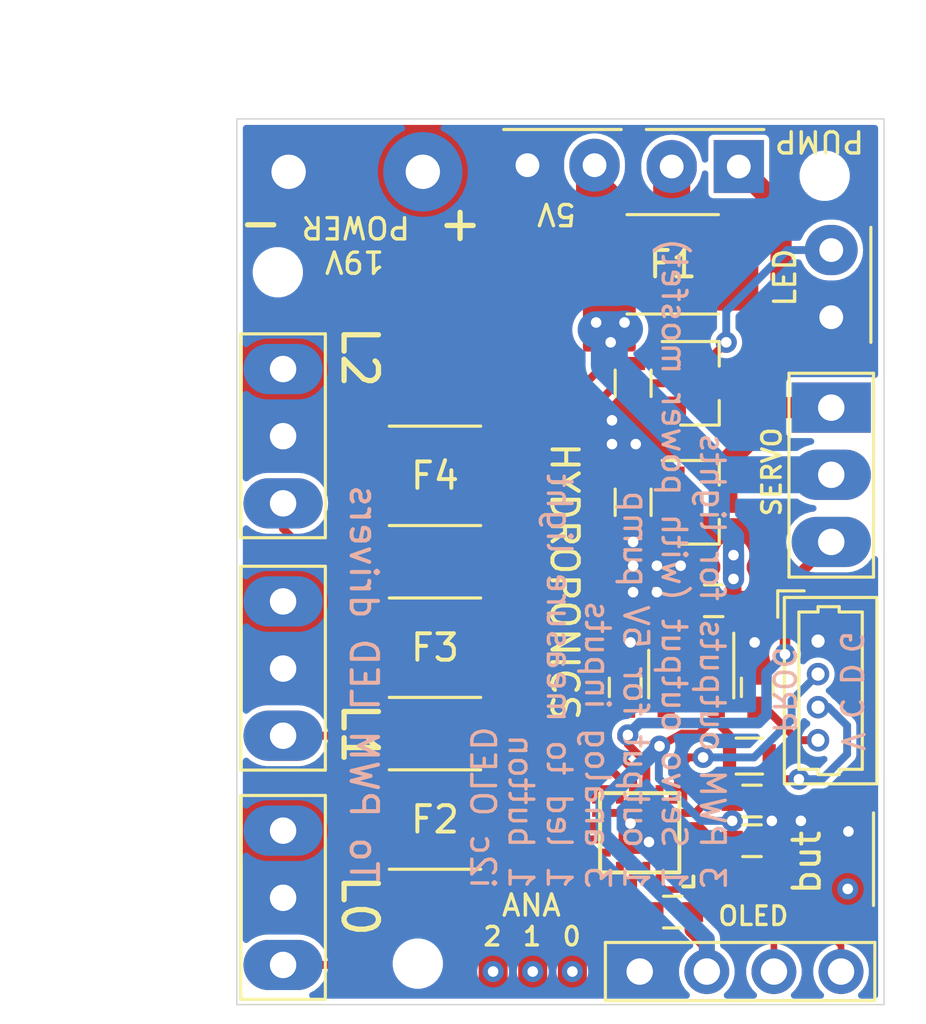
<source format=kicad_pcb>
(kicad_pcb (version 20171130) (host pcbnew "(5.1.9)-1")

  (general
    (thickness 1.6)
    (drawings 32)
    (tracks 220)
    (zones 0)
    (modules 32)
    (nets 29)
  )

  (page A4)
  (layers
    (0 F.Cu signal)
    (31 B.Cu signal)
    (32 B.Adhes user)
    (33 F.Adhes user)
    (34 B.Paste user)
    (35 F.Paste user)
    (36 B.SilkS user)
    (37 F.SilkS user)
    (38 B.Mask user)
    (39 F.Mask user)
    (40 Dwgs.User user)
    (41 Cmts.User user)
    (42 Eco1.User user)
    (43 Eco2.User user)
    (44 Edge.Cuts user)
    (45 Margin user)
    (46 B.CrtYd user)
    (47 F.CrtYd user)
    (48 B.Fab user)
    (49 F.Fab user)
  )

  (setup
    (last_trace_width 0.25)
    (user_trace_width 0.3)
    (user_trace_width 0.4)
    (user_trace_width 0.6)
    (user_trace_width 0.8)
    (user_trace_width 1.4)
    (trace_clearance 0.2)
    (zone_clearance 0.2)
    (zone_45_only no)
    (trace_min 0.2)
    (via_size 0.8)
    (via_drill 0.4)
    (via_min_size 0.4)
    (via_min_drill 0.3)
    (uvia_size 0.3)
    (uvia_drill 0.1)
    (uvias_allowed no)
    (uvia_min_size 0.2)
    (uvia_min_drill 0.1)
    (edge_width 0.05)
    (segment_width 0.2)
    (pcb_text_width 0.3)
    (pcb_text_size 1.5 1.5)
    (mod_edge_width 0.12)
    (mod_text_size 1 1)
    (mod_text_width 0.15)
    (pad_size 3 3)
    (pad_drill 1.3)
    (pad_to_mask_clearance 0)
    (aux_axis_origin 0 0)
    (visible_elements 7FFFFF7F)
    (pcbplotparams
      (layerselection 0x010fc_ffffffff)
      (usegerberextensions false)
      (usegerberattributes true)
      (usegerberadvancedattributes true)
      (creategerberjobfile true)
      (excludeedgelayer true)
      (linewidth 0.100000)
      (plotframeref false)
      (viasonmask false)
      (mode 1)
      (useauxorigin false)
      (hpglpennumber 1)
      (hpglpenspeed 20)
      (hpglpendiameter 15.000000)
      (psnegative false)
      (psa4output false)
      (plotreference true)
      (plotvalue true)
      (plotinvisibletext false)
      (padsonsilk false)
      (subtractmaskfromsilk false)
      (outputformat 1)
      (mirror false)
      (drillshape 1)
      (scaleselection 1)
      (outputdirectory ""))
  )

  (net 0 "")
  (net 1 GND)
  (net 2 "Net-(C2-Pad1)")
  (net 3 /C2D)
  (net 4 /C2C)
  (net 5 /SDA)
  (net 6 /SCL)
  (net 7 /BUT)
  (net 8 "Net-(U2-Pad7)")
  (net 9 +5V)
  (net 10 +3V3)
  (net 11 "Net-(F1-Pad1)")
  (net 12 "Net-(F2-Pad1)")
  (net 13 +VDC)
  (net 14 "Net-(F3-Pad1)")
  (net 15 "Net-(F4-Pad1)")
  (net 16 "Net-(J2-Pad1)")
  (net 17 /LED)
  (net 18 "Net-(J7-Pad1)")
  (net 19 /SERVs)
  (net 20 /PWM0)
  (net 21 /PWM1)
  (net 22 /PWM2)
  (net 23 /SERVpwr)
  (net 24 /ANA0)
  (net 25 /ANA2)
  (net 26 /ANA1)
  (net 27 /PUMP)
  (net 28 "Net-(U2-Pad19)")

  (net_class Default "This is the default net class."
    (clearance 0.2)
    (trace_width 0.25)
    (via_dia 0.8)
    (via_drill 0.4)
    (uvia_dia 0.3)
    (uvia_drill 0.1)
    (add_net +3V3)
    (add_net +5V)
    (add_net +VDC)
    (add_net /ANA0)
    (add_net /ANA1)
    (add_net /ANA2)
    (add_net /BUT)
    (add_net /C2C)
    (add_net /C2D)
    (add_net /LED)
    (add_net /PUMP)
    (add_net /PWM0)
    (add_net /PWM1)
    (add_net /PWM2)
    (add_net /SCL)
    (add_net /SDA)
    (add_net /SERVpwr)
    (add_net /SERVs)
    (add_net GND)
    (add_net "Net-(C2-Pad1)")
    (add_net "Net-(F1-Pad1)")
    (add_net "Net-(F2-Pad1)")
    (add_net "Net-(F3-Pad1)")
    (add_net "Net-(F4-Pad1)")
    (add_net "Net-(J2-Pad1)")
    (add_net "Net-(J7-Pad1)")
    (add_net "Net-(U2-Pad19)")
    (add_net "Net-(U2-Pad7)")
  )

  (module KiCadCustomLibs:Conn_1x03_2.54mm (layer F.Cu) (tedit 61277D77) (tstamp 612693DA)
    (at 133.75 112.54 180)
    (descr "Through hole straight pin header, 1x03, 2.54mm pitch, single row")
    (tags "Through hole pin header THT 1x03 2.54mm single row")
    (path /612CA99F)
    (fp_text reference J10 (at 0 -2.33 180) (layer F.SilkS) hide
      (effects (font (size 1 1) (thickness 0.15)))
    )
    (fp_text value LIGHT2 (at 0 7.41 180) (layer F.Fab) hide
      (effects (font (size 1 1) (thickness 0.15)))
    )
    (fp_line (start -1.6 -1.3) (end 1.6 -1.3) (layer F.SilkS) (width 0.12))
    (fp_line (start 1.8 -1.8) (end -1.8 -1.8) (layer F.CrtYd) (width 0.05))
    (fp_line (start 1.8 6.85) (end 1.8 -1.8) (layer F.CrtYd) (width 0.05))
    (fp_line (start -1.8 6.85) (end 1.8 6.85) (layer F.CrtYd) (width 0.05))
    (fp_line (start -1.8 -1.8) (end -1.8 6.85) (layer F.CrtYd) (width 0.05))
    (fp_line (start 1.6 -1.3) (end 1.6 6.41) (layer F.SilkS) (width 0.12))
    (fp_line (start -1.6 -1.3) (end -1.6 6.41) (layer F.SilkS) (width 0.12))
    (fp_line (start -1.6 6.41) (end 1.6 6.41) (layer F.SilkS) (width 0.12))
    (fp_line (start -1.27 -0.635) (end -0.635 -1.27) (layer F.Fab) (width 0.1))
    (fp_line (start -1.27 6.35) (end -1.27 -0.635) (layer F.Fab) (width 0.1))
    (fp_line (start 1.27 6.35) (end -1.27 6.35) (layer F.Fab) (width 0.1))
    (fp_line (start 1.27 -1.27) (end 1.27 6.35) (layer F.Fab) (width 0.1))
    (fp_line (start -0.635 -1.27) (end 1.27 -1.27) (layer F.Fab) (width 0.1))
    (fp_text user %R (at 0 2.54 270) (layer F.Fab) hide
      (effects (font (size 1 1) (thickness 0.15)))
    )
    (pad 1 thru_hole oval (at 0 0 180) (size 3 1.9) (drill 1) (layers *.Cu *.Mask)
      (net 22 /PWM2))
    (pad 2 thru_hole rect (at 0 2.54 180) (size 3 1.9) (drill 1) (layers *.Cu *.Mask)
      (net 1 GND))
    (pad 3 thru_hole oval (at 0 5.08 180) (size 3 1.9) (drill 1) (layers *.Cu *.Mask)
      (net 15 "Net-(F4-Pad1)"))
    (model ${KISYS3DMOD}/Pin_Headers.3dshapes/Pin_Header_Straight_1x03_Pitch2.54mm.wrl
      (at (xyz 0 0 0))
      (scale (xyz 1 1 1))
      (rotate (xyz 0 0 0))
    )
  )

  (module KiCadCustomLibs:Conn_1x03_2.54mm (layer F.Cu) (tedit 61277D62) (tstamp 612693C3)
    (at 133.75 121.33 180)
    (descr "Through hole straight pin header, 1x03, 2.54mm pitch, single row")
    (tags "Through hole pin header THT 1x03 2.54mm single row")
    (path /612C7E71)
    (fp_text reference J9 (at 0 -2.33 180) (layer F.SilkS) hide
      (effects (font (size 1 1) (thickness 0.15)))
    )
    (fp_text value LIGHT1 (at 0 7.41 180) (layer F.Fab) hide
      (effects (font (size 1 1) (thickness 0.15)))
    )
    (fp_line (start -1.6 -1.3) (end 1.6 -1.3) (layer F.SilkS) (width 0.12))
    (fp_line (start 1.8 -1.8) (end -1.8 -1.8) (layer F.CrtYd) (width 0.05))
    (fp_line (start 1.8 6.85) (end 1.8 -1.8) (layer F.CrtYd) (width 0.05))
    (fp_line (start -1.8 6.85) (end 1.8 6.85) (layer F.CrtYd) (width 0.05))
    (fp_line (start -1.8 -1.8) (end -1.8 6.85) (layer F.CrtYd) (width 0.05))
    (fp_line (start 1.6 -1.3) (end 1.6 6.41) (layer F.SilkS) (width 0.12))
    (fp_line (start -1.6 -1.3) (end -1.6 6.41) (layer F.SilkS) (width 0.12))
    (fp_line (start -1.6 6.41) (end 1.6 6.41) (layer F.SilkS) (width 0.12))
    (fp_line (start -1.27 -0.635) (end -0.635 -1.27) (layer F.Fab) (width 0.1))
    (fp_line (start -1.27 6.35) (end -1.27 -0.635) (layer F.Fab) (width 0.1))
    (fp_line (start 1.27 6.35) (end -1.27 6.35) (layer F.Fab) (width 0.1))
    (fp_line (start 1.27 -1.27) (end 1.27 6.35) (layer F.Fab) (width 0.1))
    (fp_line (start -0.635 -1.27) (end 1.27 -1.27) (layer F.Fab) (width 0.1))
    (fp_text user %R (at 0 2.54 270) (layer F.Fab) hide
      (effects (font (size 1 1) (thickness 0.15)))
    )
    (pad 1 thru_hole oval (at 0 0 180) (size 3 1.9) (drill 1) (layers *.Cu *.Mask)
      (net 21 /PWM1))
    (pad 2 thru_hole rect (at 0 2.54 180) (size 3 1.9) (drill 1) (layers *.Cu *.Mask)
      (net 1 GND))
    (pad 3 thru_hole oval (at 0 5.08 180) (size 3 1.9) (drill 1) (layers *.Cu *.Mask)
      (net 14 "Net-(F3-Pad1)"))
    (model ${KISYS3DMOD}/Pin_Headers.3dshapes/Pin_Header_Straight_1x03_Pitch2.54mm.wrl
      (at (xyz 0 0 0))
      (scale (xyz 1 1 1))
      (rotate (xyz 0 0 0))
    )
  )

  (module KiCadCustomLibs:Conn_1x03_2.54mm (layer F.Cu) (tedit 61277D49) (tstamp 61269A04)
    (at 133.75 130 180)
    (descr "Through hole straight pin header, 1x03, 2.54mm pitch, single row")
    (tags "Through hole pin header THT 1x03 2.54mm single row")
    (path /612BE006)
    (fp_text reference J8 (at 0 -2.33 180) (layer F.SilkS) hide
      (effects (font (size 1 1) (thickness 0.15)))
    )
    (fp_text value LIGHT0 (at 2.75 2.75 270) (layer F.Fab) hide
      (effects (font (size 1 1) (thickness 0.15)))
    )
    (fp_line (start -1.6 -1.3) (end 1.6 -1.3) (layer F.SilkS) (width 0.12))
    (fp_line (start 1.8 -1.8) (end -1.8 -1.8) (layer F.CrtYd) (width 0.05))
    (fp_line (start 1.8 6.85) (end 1.8 -1.8) (layer F.CrtYd) (width 0.05))
    (fp_line (start -1.8 6.85) (end 1.8 6.85) (layer F.CrtYd) (width 0.05))
    (fp_line (start -1.8 -1.8) (end -1.8 6.85) (layer F.CrtYd) (width 0.05))
    (fp_line (start 1.6 -1.3) (end 1.6 6.41) (layer F.SilkS) (width 0.12))
    (fp_line (start -1.6 -1.3) (end -1.6 6.41) (layer F.SilkS) (width 0.12))
    (fp_line (start -1.6 6.41) (end 1.6 6.41) (layer F.SilkS) (width 0.12))
    (fp_line (start -1.27 -0.635) (end -0.635 -1.27) (layer F.Fab) (width 0.1))
    (fp_line (start -1.27 6.35) (end -1.27 -0.635) (layer F.Fab) (width 0.1))
    (fp_line (start 1.27 6.35) (end -1.27 6.35) (layer F.Fab) (width 0.1))
    (fp_line (start 1.27 -1.27) (end 1.27 6.35) (layer F.Fab) (width 0.1))
    (fp_line (start -0.635 -1.27) (end 1.27 -1.27) (layer F.Fab) (width 0.1))
    (fp_text user %R (at 0 2.54 270) (layer F.Fab) hide
      (effects (font (size 1 1) (thickness 0.15)))
    )
    (pad 1 thru_hole oval (at 0 0 180) (size 3 1.9) (drill 1) (layers *.Cu *.Mask)
      (net 20 /PWM0))
    (pad 2 thru_hole rect (at 0 2.54 180) (size 3 1.9) (drill 1) (layers *.Cu *.Mask)
      (net 1 GND))
    (pad 3 thru_hole oval (at 0 5.08 180) (size 3 1.9) (drill 1) (layers *.Cu *.Mask)
      (net 12 "Net-(F2-Pad1)"))
    (model ${KISYS3DMOD}/Pin_Headers.3dshapes/Pin_Header_Straight_1x03_Pitch2.54mm.wrl
      (at (xyz 0 0 0))
      (scale (xyz 1 1 1))
      (rotate (xyz 0 0 0))
    )
  )

  (module KiCadCustomLibs:PROG-3pin (layer F.Cu) (tedit 61277CC8) (tstamp 61277B80)
    (at 143.2 130.25)
    (path /6132931D)
    (fp_text reference J11 (at 0 3) (layer F.SilkS) hide
      (effects (font (size 1 1) (thickness 0.15)))
    )
    (fp_text value ANA (at -0.05 -2.5) (layer F.SilkS)
      (effects (font (size 0.8 0.8) (thickness 0.13)))
    )
    (pad 1 smd oval (at 1.5 0) (size 1.1 1.5) (layers F.Cu F.Mask)
      (net 24 /ANA0))
    (pad 3 smd oval (at -1.5 0) (size 1.1 1.5) (layers F.Cu F.Mask)
      (net 25 /ANA2))
    (pad 2 smd oval (at 0 0) (size 1.1 1.5) (layers F.Cu F.Mask)
      (net 26 /ANA1))
  )

  (module KiCadCustomLibs:MountingHole_1.5mm (layer F.Cu) (tedit 61277B9A) (tstamp 61278C5F)
    (at 154.25 100.15)
    (descr "Mounting Hole 2.1mm, no annular")
    (tags "mounting hole 2.1mm no annular")
    (attr virtual)
    (fp_text reference REF** (at 0 -3.2) (layer F.Fab) hide
      (effects (font (size 1 1) (thickness 0.15)))
    )
    (fp_text value hole (at 0 3.2) (layer F.Fab) hide
      (effects (font (size 1 1) (thickness 0.15)))
    )
    (pad "" np_thru_hole circle (at 0 0) (size 1.5 1.5) (drill 1.5) (layers *.Cu *.Mask))
  )

  (module KiCadCustomLibs:MountingHole_1.5mm (layer F.Cu) (tedit 61277B9A) (tstamp 6126C226)
    (at 133.55 103.8)
    (descr "Mounting Hole 2.1mm, no annular")
    (tags "mounting hole 2.1mm no annular")
    (attr virtual)
    (fp_text reference REF** (at 0 -3.2) (layer F.Fab) hide
      (effects (font (size 1 1) (thickness 0.15)))
    )
    (fp_text value hole (at 0 3.2) (layer F.Fab) hide
      (effects (font (size 1 1) (thickness 0.15)))
    )
    (pad "" np_thru_hole circle (at 0 0) (size 1.5 1.5) (drill 1.5) (layers *.Cu *.Mask))
  )

  (module KiCadCustomLibs:MountingHole_1.5mm (layer F.Cu) (tedit 61277B9A) (tstamp 6126C1CD)
    (at 138.85 129.95)
    (descr "Mounting Hole 2.1mm, no annular")
    (tags "mounting hole 2.1mm no annular")
    (attr virtual)
    (fp_text reference REF** (at 0 -3.2) (layer F.Fab) hide
      (effects (font (size 1 1) (thickness 0.15)))
    )
    (fp_text value hole (at 0 3.2) (layer F.Fab) hide
      (effects (font (size 1 1) (thickness 0.15)))
    )
    (pad "" np_thru_hole circle (at 0 0) (size 1.5 1.5) (drill 1.5) (layers *.Cu *.Mask))
  )

  (module Pin_Headers:Pin_Header_Straight_1x04_Pitch2.54mm (layer F.Cu) (tedit 61277AD8) (tstamp 6126E2CA)
    (at 147.25 130.25 90)
    (descr "Through hole straight pin header, 1x04, 2.54mm pitch, single row")
    (tags "Through hole pin header THT 1x04 2.54mm single row")
    (path /60BF9164)
    (fp_text reference J3 (at 0 -2.33 90) (layer F.SilkS) hide
      (effects (font (size 1 1) (thickness 0.15)))
    )
    (fp_text value OLED (at 0 9.95 90) (layer F.Fab)
      (effects (font (size 1 1) (thickness 0.15)))
    )
    (fp_line (start 1.8 -1.8) (end -1.8 -1.8) (layer F.CrtYd) (width 0.05))
    (fp_line (start 1.8 9.4) (end 1.8 -1.8) (layer F.CrtYd) (width 0.05))
    (fp_line (start -1.8 9.4) (end 1.8 9.4) (layer F.CrtYd) (width 0.05))
    (fp_line (start -1.8 -1.8) (end -1.8 9.4) (layer F.CrtYd) (width 0.05))
    (fp_line (start -1.1 -1.3) (end 1.1 -1.3) (layer F.SilkS) (width 0.12))
    (fp_line (start 1.1 -1.3) (end 1.1 8.9) (layer F.SilkS) (width 0.12))
    (fp_line (start -1.1 -1.3) (end -1.1 8.9) (layer F.SilkS) (width 0.12))
    (fp_line (start -1.1 8.9) (end 1.1 8.9) (layer F.SilkS) (width 0.12))
    (fp_line (start -1.27 -0.635) (end -0.635 -1.27) (layer F.Fab) (width 0.1))
    (fp_line (start -1.27 8.89) (end -1.27 -0.635) (layer F.Fab) (width 0.1))
    (fp_line (start 1.27 8.89) (end -1.27 8.89) (layer F.Fab) (width 0.1))
    (fp_line (start 1.27 -1.27) (end 1.27 8.89) (layer F.Fab) (width 0.1))
    (fp_line (start -0.635 -1.27) (end 1.27 -1.27) (layer F.Fab) (width 0.1))
    (fp_text user %R (at 0 3.81 180) (layer F.Fab)
      (effects (font (size 1 1) (thickness 0.15)))
    )
    (pad 1 thru_hole rect (at 0 0 90) (size 1.7 1.7) (drill 1) (layers *.Cu *.Mask)
      (net 1 GND))
    (pad 2 thru_hole oval (at 0 2.54 90) (size 1.7 1.7) (drill 1) (layers *.Cu *.Mask)
      (net 10 +3V3))
    (pad 3 thru_hole oval (at 0 5.08 90) (size 1.7 1.7) (drill 1) (layers *.Cu *.Mask)
      (net 6 /SCL))
    (pad 4 thru_hole oval (at 0 7.62 90) (size 1.7 1.7) (drill 1) (layers *.Cu *.Mask)
      (net 5 /SDA))
    (model ${KISYS3DMOD}/Pin_Headers.3dshapes/Pin_Header_Straight_1x04_Pitch2.54mm.wrl
      (at (xyz 0 0 0))
      (scale (xyz 1 1 1))
      (rotate (xyz 0 0 0))
    )
  )

  (module KiCadCustomLibs:Conn_1x03_2.54mm (layer F.Cu) (tedit 61277A54) (tstamp 61269395)
    (at 154.5 108.92)
    (descr "Through hole straight pin header, 1x03, 2.54mm pitch, single row")
    (tags "Through hole pin header THT 1x03 2.54mm single row")
    (path /61296E91)
    (fp_text reference J7 (at 0 -2.33) (layer F.SilkS) hide
      (effects (font (size 1 1) (thickness 0.15)))
    )
    (fp_text value SERVO (at 0 7.41) (layer F.Fab) hide
      (effects (font (size 1 1) (thickness 0.15)))
    )
    (fp_line (start -1.6 -1.3) (end 1.6 -1.3) (layer F.SilkS) (width 0.12))
    (fp_line (start 1.8 -1.8) (end -1.8 -1.8) (layer F.CrtYd) (width 0.05))
    (fp_line (start 1.8 6.85) (end 1.8 -1.8) (layer F.CrtYd) (width 0.05))
    (fp_line (start -1.8 6.85) (end 1.8 6.85) (layer F.CrtYd) (width 0.05))
    (fp_line (start -1.8 -1.8) (end -1.8 6.85) (layer F.CrtYd) (width 0.05))
    (fp_line (start 1.6 -1.3) (end 1.6 6.41) (layer F.SilkS) (width 0.12))
    (fp_line (start -1.6 -1.3) (end -1.6 6.41) (layer F.SilkS) (width 0.12))
    (fp_line (start -1.6 6.41) (end 1.6 6.41) (layer F.SilkS) (width 0.12))
    (fp_line (start -1.27 -0.635) (end -0.635 -1.27) (layer F.Fab) (width 0.1))
    (fp_line (start -1.27 6.35) (end -1.27 -0.635) (layer F.Fab) (width 0.1))
    (fp_line (start 1.27 6.35) (end -1.27 6.35) (layer F.Fab) (width 0.1))
    (fp_line (start 1.27 -1.27) (end 1.27 6.35) (layer F.Fab) (width 0.1))
    (fp_line (start -0.635 -1.27) (end 1.27 -1.27) (layer F.Fab) (width 0.1))
    (fp_text user %R (at 0 2.54 90) (layer F.Fab) hide
      (effects (font (size 1 1) (thickness 0.15)))
    )
    (pad 1 thru_hole rect (at 0 0) (size 3 1.9) (drill 1) (layers *.Cu *.Mask)
      (net 18 "Net-(J7-Pad1)"))
    (pad 2 thru_hole oval (at 0 2.54) (size 3 1.9) (drill 1) (layers *.Cu *.Mask)
      (net 9 +5V))
    (pad 3 thru_hole oval (at 0 5.08) (size 3 1.9) (drill 1) (layers *.Cu *.Mask)
      (net 19 /SERVs))
    (model ${KISYS3DMOD}/Pin_Headers.3dshapes/Pin_Header_Straight_1x03_Pitch2.54mm.wrl
      (at (xyz 0 0 0))
      (scale (xyz 1 1 1))
      (rotate (xyz 0 0 0))
    )
  )

  (module KiCadCustomLibs:QFN20 (layer F.Cu) (tedit 5DF66FB1) (tstamp 61269411)
    (at 147.25 125 90)
    (path /60BE4213)
    (fp_text reference U2 (at -0.127 3.302 90) (layer F.SilkS) hide
      (effects (font (size 1 1) (thickness 0.15)))
    )
    (fp_text value EFM8BB1 (at 0.381 5.08 90) (layer F.SilkS) hide
      (effects (font (size 1 1) (thickness 0.15)))
    )
    (fp_line (start -1.651 2.032) (end -2.032 2.032) (layer F.SilkS) (width 0.15))
    (fp_line (start -2.032 2.032) (end -2.032 1.651) (layer F.SilkS) (width 0.15))
    (fp_line (start -1.5 -1.5) (end -1.5 1.5) (layer F.SilkS) (width 0.15))
    (fp_line (start 1.5 -1.5) (end -1.5 -1.5) (layer F.SilkS) (width 0.15))
    (fp_line (start 1.5 1.5) (end 1.5 -1.5) (layer F.SilkS) (width 0.15))
    (fp_line (start -1.5 1.5) (end 1.5 1.5) (layer F.SilkS) (width 0.15))
    (pad 2 smd rect (at -0.75 1.45 90) (size 0.3 0.7) (layers F.Cu F.Paste F.Mask)
      (net 7 /BUT))
    (pad 3 smd rect (at -0.25 1.45 90) (size 0.3 0.7) (layers F.Cu F.Paste F.Mask)
      (net 1 GND))
    (pad 4 smd rect (at 0.25 1.45 90) (size 0.3 0.7) (layers F.Cu F.Paste F.Mask)
      (net 10 +3V3))
    (pad 5 smd rect (at 0.75 1.45 90) (size 0.3 0.7) (layers F.Cu F.Paste F.Mask)
      (net 4 /C2C))
    (pad 8 smd rect (at 1.45 0.25 180) (size 0.3 0.7) (layers F.Cu F.Paste F.Mask)
      (net 19 /SERVs))
    (pad 9 smd rect (at 1.45 -0.25 180) (size 0.3 0.7) (layers F.Cu F.Paste F.Mask)
      (net 23 /SERVpwr))
    (pad 7 smd rect (at 1.45 0.75 180) (size 0.3 0.7) (layers F.Cu F.Paste F.Mask)
      (net 8 "Net-(U2-Pad7)"))
    (pad 6 smd rect (at 1.45 1.45 90) (size 0.7 0.7) (layers F.Cu F.Paste F.Mask)
      (net 3 /C2D))
    (pad 10 smd rect (at 1.45 -0.75 180) (size 0.3 0.7) (layers F.Cu F.Paste F.Mask)
      (net 17 /LED))
    (pad 11 smd rect (at 1.45 -1.45 90) (size 0.7 0.7) (layers F.Cu F.Paste F.Mask)
      (net 27 /PUMP))
    (pad 12 smd rect (at 0.75 -1.45 90) (size 0.3 0.7) (layers F.Cu F.Paste F.Mask)
      (net 1 GND))
    (pad 17 smd rect (at -1.45 -0.75 180) (size 0.3 0.7) (layers F.Cu F.Paste F.Mask)
      (net 26 /ANA1))
    (pad 18 smd rect (at -1.45 -0.25 180) (size 0.3 0.7) (layers F.Cu F.Paste F.Mask)
      (net 24 /ANA0))
    (pad 19 smd rect (at -1.45 0.25 180) (size 0.3 0.7) (layers F.Cu F.Paste F.Mask)
      (net 28 "Net-(U2-Pad19)"))
    (pad 13 smd rect (at 0.25 -1.45 90) (size 0.3 0.7) (layers F.Cu F.Paste F.Mask)
      (net 22 /PWM2))
    (pad 15 smd rect (at -0.75 -1.45 90) (size 0.3 0.7) (layers F.Cu F.Paste F.Mask)
      (net 20 /PWM0))
    (pad 14 smd rect (at -0.25 -1.45 90) (size 0.3 0.7) (layers F.Cu F.Paste F.Mask)
      (net 21 /PWM1))
    (pad 20 smd rect (at -1.45 0.75 180) (size 0.3 0.7) (layers F.Cu F.Paste F.Mask)
      (net 6 /SCL))
    (pad 21 smd rect (at 0 0 90) (size 1.6 1.6) (layers F.Cu F.Paste F.Mask)
      (net 1 GND))
    (pad 16 smd rect (at -1.45 -1.45 90) (size 0.7 0.7) (layers F.Cu F.Paste F.Mask)
      (net 25 /ANA2))
    (pad 1 smd rect (at -1.45 1.45 90) (size 0.7 0.7) (layers F.Cu F.Paste F.Mask)
      (net 5 /SDA))
    (model Housings_DFN_QFN.3dshapes/QFN-16-1EP_3x3mm_Pitch0.5mm.wrl
      (at (xyz 0 0 0))
      (scale (xyz 1 1 1))
      (rotate (xyz 0 0 0))
    )
  )

  (module TO_SOT_Packages_SMD:SOT-23-5 (layer F.Cu) (tedit 58CE4E7E) (tstamp 612693F2)
    (at 149.2 119 270)
    (descr "5-pin SOT23 package")
    (tags SOT-23-5)
    (path /60BE5ED3)
    (attr smd)
    (fp_text reference U1 (at 0 -2.9 90) (layer F.SilkS) hide
      (effects (font (size 1 1) (thickness 0.15)))
    )
    (fp_text value MIC5219-3.3 (at 0 2.9 90) (layer F.Fab) hide
      (effects (font (size 1 1) (thickness 0.15)))
    )
    (fp_line (start 0.9 -1.55) (end 0.9 1.55) (layer F.Fab) (width 0.1))
    (fp_line (start 0.9 1.55) (end -0.9 1.55) (layer F.Fab) (width 0.1))
    (fp_line (start -0.9 -0.9) (end -0.9 1.55) (layer F.Fab) (width 0.1))
    (fp_line (start 0.9 -1.55) (end -0.25 -1.55) (layer F.Fab) (width 0.1))
    (fp_line (start -0.9 -0.9) (end -0.25 -1.55) (layer F.Fab) (width 0.1))
    (fp_line (start -1.9 1.8) (end -1.9 -1.8) (layer F.CrtYd) (width 0.05))
    (fp_line (start 1.9 1.8) (end -1.9 1.8) (layer F.CrtYd) (width 0.05))
    (fp_line (start 1.9 -1.8) (end 1.9 1.8) (layer F.CrtYd) (width 0.05))
    (fp_line (start -1.9 -1.8) (end 1.9 -1.8) (layer F.CrtYd) (width 0.05))
    (fp_line (start 0.9 -1.61) (end -1.55 -1.61) (layer F.SilkS) (width 0.12))
    (fp_line (start -0.9 1.61) (end 0.9 1.61) (layer F.SilkS) (width 0.12))
    (fp_text user %R (at 0 0) (layer F.Fab)
      (effects (font (size 0.5 0.5) (thickness 0.075)))
    )
    (pad 1 smd rect (at -1.1 -0.95 270) (size 1.06 0.65) (layers F.Cu F.Paste F.Mask)
      (net 9 +5V))
    (pad 2 smd rect (at -1.1 0 270) (size 1.06 0.65) (layers F.Cu F.Paste F.Mask)
      (net 1 GND))
    (pad 3 smd rect (at -1.1 0.95 270) (size 1.06 0.65) (layers F.Cu F.Paste F.Mask)
      (net 9 +5V))
    (pad 4 smd rect (at 1.1 0.95 270) (size 1.06 0.65) (layers F.Cu F.Paste F.Mask)
      (net 2 "Net-(C2-Pad1)"))
    (pad 5 smd rect (at 1.1 -0.95 270) (size 1.06 0.65) (layers F.Cu F.Paste F.Mask)
      (net 10 +3V3))
    (model ${KISYS3DMOD}/TO_SOT_Packages_SMD.3dshapes/SOT-23-5.wrl
      (at (xyz 0 0 0))
      (scale (xyz 1 1 1))
      (rotate (xyz 0 0 0))
    )
  )

  (module KiCadCustomLibs:POWER2PIN_2 (layer F.Cu) (tedit 5B3A64DE) (tstamp 612693EF)
    (at 155.125 126.025 90)
    (path /60C076EA)
    (fp_text reference SW2 (at 0.1 1.8 90) (layer F.SilkS) hide
      (effects (font (size 1 1) (thickness 0.15)))
    )
    (fp_text value but (at -0.1 -1.55 90) (layer F.SilkS)
      (effects (font (size 1 1) (thickness 0.15)))
    )
    (pad 2 smd rect (at 1.1 0 90) (size 1.5 1.5) (layers F.Cu F.Paste F.Mask)
      (net 1 GND))
    (pad 1 smd rect (at -1.1 0 90) (size 1.5 1.5) (layers F.Cu F.Paste F.Mask)
      (net 7 /BUT))
  )

  (module Resistors_SMD:R_0603 (layer F.Cu) (tedit 58E0A804) (tstamp 6126A69B)
    (at 147 112.5 270)
    (descr "Resistor SMD 0603, reflow soldering, Vishay (see dcrcw.pdf)")
    (tags "resistor 0603")
    (path /6128DB8A)
    (attr smd)
    (fp_text reference R3 (at 0 -1.45 90) (layer F.SilkS) hide
      (effects (font (size 1 1) (thickness 0.15)))
    )
    (fp_text value 10K (at 0 1.5 90) (layer F.Fab) hide
      (effects (font (size 1 1) (thickness 0.15)))
    )
    (fp_line (start 1.25 0.7) (end -1.25 0.7) (layer F.CrtYd) (width 0.05))
    (fp_line (start 1.25 0.7) (end 1.25 -0.7) (layer F.CrtYd) (width 0.05))
    (fp_line (start -1.25 -0.7) (end -1.25 0.7) (layer F.CrtYd) (width 0.05))
    (fp_line (start -1.25 -0.7) (end 1.25 -0.7) (layer F.CrtYd) (width 0.05))
    (fp_line (start -0.5 -0.68) (end 0.5 -0.68) (layer F.SilkS) (width 0.12))
    (fp_line (start 0.5 0.68) (end -0.5 0.68) (layer F.SilkS) (width 0.12))
    (fp_line (start -0.8 -0.4) (end 0.8 -0.4) (layer F.Fab) (width 0.1))
    (fp_line (start 0.8 -0.4) (end 0.8 0.4) (layer F.Fab) (width 0.1))
    (fp_line (start 0.8 0.4) (end -0.8 0.4) (layer F.Fab) (width 0.1))
    (fp_line (start -0.8 0.4) (end -0.8 -0.4) (layer F.Fab) (width 0.1))
    (fp_text user %R (at 0 0 90) (layer F.Fab)
      (effects (font (size 0.4 0.4) (thickness 0.075)))
    )
    (pad 1 smd rect (at -0.75 0 270) (size 0.5 0.9) (layers F.Cu F.Paste F.Mask)
      (net 23 /SERVpwr))
    (pad 2 smd rect (at 0.75 0 270) (size 0.5 0.9) (layers F.Cu F.Paste F.Mask)
      (net 1 GND))
    (model ${KISYS3DMOD}/Resistors_SMD.3dshapes/R_0603.wrl
      (at (xyz 0 0 0))
      (scale (xyz 1 1 1))
      (rotate (xyz 0 0 0))
    )
  )

  (module Resistors_SMD:R_0603 (layer F.Cu) (tedit 58E0A804) (tstamp 612693E6)
    (at 147 108 270)
    (descr "Resistor SMD 0603, reflow soldering, Vishay (see dcrcw.pdf)")
    (tags "resistor 0603")
    (path /60BFEA39)
    (attr smd)
    (fp_text reference R2 (at 0 -1.45 90) (layer F.SilkS) hide
      (effects (font (size 1 1) (thickness 0.15)))
    )
    (fp_text value 10K (at 0 1.5 90) (layer F.Fab) hide
      (effects (font (size 1 1) (thickness 0.15)))
    )
    (fp_line (start 1.25 0.7) (end -1.25 0.7) (layer F.CrtYd) (width 0.05))
    (fp_line (start 1.25 0.7) (end 1.25 -0.7) (layer F.CrtYd) (width 0.05))
    (fp_line (start -1.25 -0.7) (end -1.25 0.7) (layer F.CrtYd) (width 0.05))
    (fp_line (start -1.25 -0.7) (end 1.25 -0.7) (layer F.CrtYd) (width 0.05))
    (fp_line (start -0.5 -0.68) (end 0.5 -0.68) (layer F.SilkS) (width 0.12))
    (fp_line (start 0.5 0.68) (end -0.5 0.68) (layer F.SilkS) (width 0.12))
    (fp_line (start -0.8 -0.4) (end 0.8 -0.4) (layer F.Fab) (width 0.1))
    (fp_line (start 0.8 -0.4) (end 0.8 0.4) (layer F.Fab) (width 0.1))
    (fp_line (start 0.8 0.4) (end -0.8 0.4) (layer F.Fab) (width 0.1))
    (fp_line (start -0.8 0.4) (end -0.8 -0.4) (layer F.Fab) (width 0.1))
    (fp_text user %R (at 0 0 90) (layer F.Fab)
      (effects (font (size 0.4 0.4) (thickness 0.075)))
    )
    (pad 1 smd rect (at -0.75 0 270) (size 0.5 0.9) (layers F.Cu F.Paste F.Mask)
      (net 27 /PUMP))
    (pad 2 smd rect (at 0.75 0 270) (size 0.5 0.9) (layers F.Cu F.Paste F.Mask)
      (net 1 GND))
    (model ${KISYS3DMOD}/Resistors_SMD.3dshapes/R_0603.wrl
      (at (xyz 0 0 0))
      (scale (xyz 1 1 1))
      (rotate (xyz 0 0 0))
    )
  )

  (module Resistors_SMD:R_0603 (layer F.Cu) (tedit 58E0A804) (tstamp 612693E3)
    (at 151.4 122.1)
    (descr "Resistor SMD 0603, reflow soldering, Vishay (see dcrcw.pdf)")
    (tags "resistor 0603")
    (path /60BF3012)
    (attr smd)
    (fp_text reference R1 (at 0 -1.45) (layer F.SilkS) hide
      (effects (font (size 1 1) (thickness 0.15)))
    )
    (fp_text value 10K (at 0 1.5) (layer F.Fab) hide
      (effects (font (size 1 1) (thickness 0.15)))
    )
    (fp_line (start 1.25 0.7) (end -1.25 0.7) (layer F.CrtYd) (width 0.05))
    (fp_line (start 1.25 0.7) (end 1.25 -0.7) (layer F.CrtYd) (width 0.05))
    (fp_line (start -1.25 -0.7) (end -1.25 0.7) (layer F.CrtYd) (width 0.05))
    (fp_line (start -1.25 -0.7) (end 1.25 -0.7) (layer F.CrtYd) (width 0.05))
    (fp_line (start -0.5 -0.68) (end 0.5 -0.68) (layer F.SilkS) (width 0.12))
    (fp_line (start 0.5 0.68) (end -0.5 0.68) (layer F.SilkS) (width 0.12))
    (fp_line (start -0.8 -0.4) (end 0.8 -0.4) (layer F.Fab) (width 0.1))
    (fp_line (start 0.8 -0.4) (end 0.8 0.4) (layer F.Fab) (width 0.1))
    (fp_line (start 0.8 0.4) (end -0.8 0.4) (layer F.Fab) (width 0.1))
    (fp_line (start -0.8 0.4) (end -0.8 -0.4) (layer F.Fab) (width 0.1))
    (fp_text user %R (at 0 0) (layer F.Fab)
      (effects (font (size 0.4 0.4) (thickness 0.075)))
    )
    (pad 1 smd rect (at -0.75 0) (size 0.5 0.9) (layers F.Cu F.Paste F.Mask)
      (net 10 +3V3))
    (pad 2 smd rect (at 0.75 0) (size 0.5 0.9) (layers F.Cu F.Paste F.Mask)
      (net 4 /C2C))
    (model ${KISYS3DMOD}/Resistors_SMD.3dshapes/R_0603.wrl
      (at (xyz 0 0 0))
      (scale (xyz 1 1 1))
      (rotate (xyz 0 0 0))
    )
  )

  (module TO_SOT_Packages_SMD:SOT-23 (layer F.Cu) (tedit 58CE4E7E) (tstamp 612693E0)
    (at 149.5 108)
    (descr "SOT-23, Standard")
    (tags SOT-23)
    (path /60F034A6)
    (attr smd)
    (fp_text reference Q2 (at 0 -2.5) (layer F.SilkS) hide
      (effects (font (size 1 1) (thickness 0.15)))
    )
    (fp_text value SI2312 (at 0 2.5) (layer F.Fab) hide
      (effects (font (size 1 1) (thickness 0.15)))
    )
    (fp_line (start 0.76 1.58) (end -0.7 1.58) (layer F.SilkS) (width 0.12))
    (fp_line (start 0.76 -1.58) (end -1.4 -1.58) (layer F.SilkS) (width 0.12))
    (fp_line (start -1.7 1.75) (end -1.7 -1.75) (layer F.CrtYd) (width 0.05))
    (fp_line (start 1.7 1.75) (end -1.7 1.75) (layer F.CrtYd) (width 0.05))
    (fp_line (start 1.7 -1.75) (end 1.7 1.75) (layer F.CrtYd) (width 0.05))
    (fp_line (start -1.7 -1.75) (end 1.7 -1.75) (layer F.CrtYd) (width 0.05))
    (fp_line (start 0.76 -1.58) (end 0.76 -0.65) (layer F.SilkS) (width 0.12))
    (fp_line (start 0.76 1.58) (end 0.76 0.65) (layer F.SilkS) (width 0.12))
    (fp_line (start -0.7 1.52) (end 0.7 1.52) (layer F.Fab) (width 0.1))
    (fp_line (start 0.7 -1.52) (end 0.7 1.52) (layer F.Fab) (width 0.1))
    (fp_line (start -0.7 -0.95) (end -0.15 -1.52) (layer F.Fab) (width 0.1))
    (fp_line (start -0.15 -1.52) (end 0.7 -1.52) (layer F.Fab) (width 0.1))
    (fp_line (start -0.7 -0.95) (end -0.7 1.5) (layer F.Fab) (width 0.1))
    (fp_text user %R (at 0 0 90) (layer F.Fab)
      (effects (font (size 0.5 0.5) (thickness 0.075)))
    )
    (pad 1 smd rect (at -1 -0.95) (size 0.9 0.8) (layers F.Cu F.Paste F.Mask)
      (net 27 /PUMP))
    (pad 2 smd rect (at -1 0.95) (size 0.9 0.8) (layers F.Cu F.Paste F.Mask)
      (net 1 GND))
    (pad 3 smd rect (at 1 0) (size 0.9 0.8) (layers F.Cu F.Paste F.Mask)
      (net 16 "Net-(J2-Pad1)"))
    (model ${KISYS3DMOD}/TO_SOT_Packages_SMD.3dshapes/SOT-23.wrl
      (at (xyz 0 0 0))
      (scale (xyz 1 1 1))
      (rotate (xyz 0 0 0))
    )
  )

  (module TO_SOT_Packages_SMD:SOT-23 (layer F.Cu) (tedit 58CE4E7E) (tstamp 612693DD)
    (at 149.5 112.5)
    (descr "SOT-23, Standard")
    (tags SOT-23)
    (path /6128A023)
    (attr smd)
    (fp_text reference Q1 (at 0 -2.5) (layer F.SilkS) hide
      (effects (font (size 1 1) (thickness 0.15)))
    )
    (fp_text value SI2312 (at 0 2.5) (layer F.Fab) hide
      (effects (font (size 1 1) (thickness 0.15)))
    )
    (fp_line (start 0.76 1.58) (end -0.7 1.58) (layer F.SilkS) (width 0.12))
    (fp_line (start 0.76 -1.58) (end -1.4 -1.58) (layer F.SilkS) (width 0.12))
    (fp_line (start -1.7 1.75) (end -1.7 -1.75) (layer F.CrtYd) (width 0.05))
    (fp_line (start 1.7 1.75) (end -1.7 1.75) (layer F.CrtYd) (width 0.05))
    (fp_line (start 1.7 -1.75) (end 1.7 1.75) (layer F.CrtYd) (width 0.05))
    (fp_line (start -1.7 -1.75) (end 1.7 -1.75) (layer F.CrtYd) (width 0.05))
    (fp_line (start 0.76 -1.58) (end 0.76 -0.65) (layer F.SilkS) (width 0.12))
    (fp_line (start 0.76 1.58) (end 0.76 0.65) (layer F.SilkS) (width 0.12))
    (fp_line (start -0.7 1.52) (end 0.7 1.52) (layer F.Fab) (width 0.1))
    (fp_line (start 0.7 -1.52) (end 0.7 1.52) (layer F.Fab) (width 0.1))
    (fp_line (start -0.7 -0.95) (end -0.15 -1.52) (layer F.Fab) (width 0.1))
    (fp_line (start -0.15 -1.52) (end 0.7 -1.52) (layer F.Fab) (width 0.1))
    (fp_line (start -0.7 -0.95) (end -0.7 1.5) (layer F.Fab) (width 0.1))
    (fp_text user %R (at -1 0 180) (layer F.Fab)
      (effects (font (size 0.5 0.5) (thickness 0.075)))
    )
    (pad 1 smd rect (at -1 -0.95) (size 0.9 0.8) (layers F.Cu F.Paste F.Mask)
      (net 23 /SERVpwr))
    (pad 2 smd rect (at -1 0.95) (size 0.9 0.8) (layers F.Cu F.Paste F.Mask)
      (net 1 GND))
    (pad 3 smd rect (at 1 0) (size 0.9 0.8) (layers F.Cu F.Paste F.Mask)
      (net 18 "Net-(J7-Pad1)"))
    (model ${KISYS3DMOD}/TO_SOT_Packages_SMD.3dshapes/SOT-23.wrl
      (at (xyz 0 0 0))
      (scale (xyz 1 1 1))
      (rotate (xyz 0 0 0))
    )
  )

  (module KiCadCustomLibs:Conn_1x02_2.54_0.9mm (layer F.Cu) (tedit 5DF7DF5B) (tstamp 6126A87C)
    (at 154.5 105.5 180)
    (descr "Through hole straight pin header, 1x02, 2.54mm pitch, single row")
    (tags "Through hole pin header THT 1x02 2.54mm single row")
    (path /61280750)
    (fp_text reference J6 (at 0 -2.33) (layer F.SilkS) hide
      (effects (font (size 1 1) (thickness 0.15)))
    )
    (fp_text value LEDsens (at 0 4.87) (layer F.Fab) hide
      (effects (font (size 1 1) (thickness 0.15)))
    )
    (fp_line (start -0.635 -1.27) (end 1.27 -1.27) (layer F.Fab) (width 0.1))
    (fp_line (start 1.27 -1.27) (end 1.27 3.81) (layer F.Fab) (width 0.1))
    (fp_line (start 1.27 3.81) (end -1.27 3.81) (layer F.Fab) (width 0.1))
    (fp_line (start -1.27 3.81) (end -1.27 -0.635) (layer F.Fab) (width 0.1))
    (fp_line (start -1.27 -0.635) (end -0.635 -1.27) (layer F.Fab) (width 0.1))
    (pad 2 thru_hole oval (at 0 2.54 180) (size 2 1.9) (drill 0.9) (layers *.Cu *.Mask)
      (net 17 /LED))
    (pad 1 thru_hole rect (at 0 0 180) (size 2 1.9) (drill 0.9) (layers *.Cu *.Mask)
      (net 1 GND))
  )

  (module Connectors_Molex:Molex_PicoBlade_53047-0410_04x1.25mm_Straight (layer F.Cu) (tedit 58A3B615) (tstamp 6126F738)
    (at 154 117.75 270)
    (descr "Molex PicoBlade, single row, top entry type, through hole, PN:53047-0410")
    (tags "connector molex picoblade")
    (path /612A3E4E)
    (fp_text reference J5 (at 1.875 2.5 90) (layer F.SilkS) hide
      (effects (font (size 1 1) (thickness 0.15)))
    )
    (fp_text value PROG (at 1.875 -3.25 90) (layer F.Fab)
      (effects (font (size 1 1) (thickness 0.15)))
    )
    (fp_line (start -1.9 1.525) (end -0.9 1.525) (layer F.SilkS) (width 0.12))
    (fp_line (start -1.9 1.525) (end -1.9 0.525) (layer F.SilkS) (width 0.12))
    (fp_line (start 4.85 -1.675) (end 1.875 -1.675) (layer F.SilkS) (width 0.12))
    (fp_line (start 4.85 -0.8) (end 4.85 -1.675) (layer F.SilkS) (width 0.12))
    (fp_line (start 5.05 -0.8) (end 4.85 -0.8) (layer F.SilkS) (width 0.12))
    (fp_line (start 5.05 0) (end 5.05 -0.8) (layer F.SilkS) (width 0.12))
    (fp_line (start 4.85 0) (end 5.05 0) (layer F.SilkS) (width 0.12))
    (fp_line (start 4.85 0.725) (end 4.85 0) (layer F.SilkS) (width 0.12))
    (fp_line (start 1.875 0.725) (end 4.85 0.725) (layer F.SilkS) (width 0.12))
    (fp_line (start -1.1 -1.675) (end 1.875 -1.675) (layer F.SilkS) (width 0.12))
    (fp_line (start -1.1 -0.8) (end -1.1 -1.675) (layer F.SilkS) (width 0.12))
    (fp_line (start -1.3 -0.8) (end -1.1 -0.8) (layer F.SilkS) (width 0.12))
    (fp_line (start -1.3 0) (end -1.3 -0.8) (layer F.SilkS) (width 0.12))
    (fp_line (start -1.1 0) (end -1.3 0) (layer F.SilkS) (width 0.12))
    (fp_line (start -1.1 0.725) (end -1.1 0) (layer F.SilkS) (width 0.12))
    (fp_line (start 1.875 0.725) (end -1.1 0.725) (layer F.SilkS) (width 0.12))
    (fp_line (start 5.4 -2.225) (end -1.65 -2.225) (layer F.SilkS) (width 0.12))
    (fp_line (start 5.4 1.275) (end 5.4 -2.225) (layer F.SilkS) (width 0.12))
    (fp_line (start -1.65 1.275) (end 5.4 1.275) (layer F.SilkS) (width 0.12))
    (fp_line (start -1.65 -2.225) (end -1.65 1.275) (layer F.SilkS) (width 0.12))
    (fp_line (start 5.25 -2.075) (end -1.5 -2.075) (layer F.Fab) (width 0.1))
    (fp_line (start 5.25 1.125) (end 5.25 -2.075) (layer F.Fab) (width 0.1))
    (fp_line (start -1.5 1.125) (end 5.25 1.125) (layer F.Fab) (width 0.1))
    (fp_line (start -1.5 -2.075) (end -1.5 1.125) (layer F.Fab) (width 0.1))
    (fp_line (start 5.75 -2.55) (end -2 -2.55) (layer F.CrtYd) (width 0.05))
    (fp_line (start 5.75 1.6) (end 5.75 -2.55) (layer F.CrtYd) (width 0.05))
    (fp_line (start -2 1.6) (end 5.75 1.6) (layer F.CrtYd) (width 0.05))
    (fp_line (start -2 -2.55) (end -2 1.6) (layer F.CrtYd) (width 0.05))
    (fp_text user %R (at 1.875 -1.25 90) (layer F.Fab)
      (effects (font (size 1 1) (thickness 0.15)))
    )
    (pad 1 thru_hole rect (at 0 0 270) (size 0.85 0.85) (drill 0.5) (layers *.Cu *.Mask)
      (net 1 GND))
    (pad 2 thru_hole circle (at 1.25 0 270) (size 0.85 0.85) (drill 0.5) (layers *.Cu *.Mask)
      (net 3 /C2D))
    (pad 3 thru_hole circle (at 2.5 0 270) (size 0.85 0.85) (drill 0.5) (layers *.Cu *.Mask)
      (net 4 /C2C))
    (pad 4 thru_hole circle (at 3.75 0 270) (size 0.85 0.85) (drill 0.5) (layers *.Cu *.Mask)
      (net 10 +3V3))
    (model ${KISYS3DMOD}/Connectors_Molex.3dshapes/Molex_PicoBlade_53047-0410_04x1.25mm_Straight.wrl
      (at (xyz 0 0 0))
      (scale (xyz 1 1 1))
      (rotate (xyz 0 0 0))
    )
  )

  (module KiCadCustomLibs:Conn_1x02_2.54_0.9mm (layer F.Cu) (tedit 5DF7DF5B) (tstamp 61269370)
    (at 143 99.75 90)
    (descr "Through hole straight pin header, 1x02, 2.54mm pitch, single row")
    (tags "Through hole pin header THT 1x02 2.54mm single row")
    (path /612AED69)
    (fp_text reference J4 (at 0 -2.33 90) (layer F.SilkS) hide
      (effects (font (size 1 1) (thickness 0.15)))
    )
    (fp_text value 5VDC (at 0 4.87 90) (layer F.Fab) hide
      (effects (font (size 1 1) (thickness 0.15)))
    )
    (fp_line (start -0.635 -1.27) (end 1.27 -1.27) (layer F.Fab) (width 0.1))
    (fp_line (start 1.27 -1.27) (end 1.27 3.81) (layer F.Fab) (width 0.1))
    (fp_line (start 1.27 3.81) (end -1.27 3.81) (layer F.Fab) (width 0.1))
    (fp_line (start -1.27 3.81) (end -1.27 -0.635) (layer F.Fab) (width 0.1))
    (fp_line (start -1.27 -0.635) (end -0.635 -1.27) (layer F.Fab) (width 0.1))
    (pad 2 thru_hole oval (at 0 2.54 90) (size 2 1.9) (drill 0.9) (layers *.Cu *.Mask)
      (net 9 +5V))
    (pad 1 thru_hole rect (at 0 0 90) (size 2 1.9) (drill 0.9) (layers *.Cu *.Mask)
      (net 1 GND))
  )

  (module KiCadCustomLibs:Conn_1x02_2.54_0.9mm (layer F.Cu) (tedit 5DF7DF5B) (tstamp 61269E63)
    (at 151 99.8 270)
    (descr "Through hole straight pin header, 1x02, 2.54mm pitch, single row")
    (tags "Through hole pin header THT 1x02 2.54mm single row")
    (path /6126AAD5)
    (fp_text reference J2 (at 0 -2.33 90) (layer F.SilkS) hide
      (effects (font (size 1 1) (thickness 0.15)))
    )
    (fp_text value PUMP (at 0 4.87 90) (layer F.Fab) hide
      (effects (font (size 1 1) (thickness 0.15)))
    )
    (fp_line (start -0.635 -1.27) (end 1.27 -1.27) (layer F.Fab) (width 0.1))
    (fp_line (start 1.27 -1.27) (end 1.27 3.81) (layer F.Fab) (width 0.1))
    (fp_line (start 1.27 3.81) (end -1.27 3.81) (layer F.Fab) (width 0.1))
    (fp_line (start -1.27 3.81) (end -1.27 -0.635) (layer F.Fab) (width 0.1))
    (fp_line (start -1.27 -0.635) (end -0.635 -1.27) (layer F.Fab) (width 0.1))
    (pad 2 thru_hole oval (at 0 2.54 270) (size 2 1.9) (drill 0.9) (layers *.Cu *.Mask)
      (net 11 "Net-(F1-Pad1)"))
    (pad 1 thru_hole rect (at 0 0 270) (size 2 1.9) (drill 0.9) (layers *.Cu *.Mask)
      (net 16 "Net-(J2-Pad1)"))
  )

  (module KiCadCustomLibs:Conn_Power (layer F.Cu) (tedit 61277D9C) (tstamp 61269357)
    (at 136.5 100)
    (path /60C0B2A8)
    (fp_text reference J1 (at -0.1 -2.1) (layer F.SilkS) hide
      (effects (font (size 1 1) (thickness 0.15)))
    )
    (fp_text value POWER (at 0 2.1 180 unlocked) (layer F.SilkS)
      (effects (font (size 0.8 0.8) (thickness 0.13)))
    )
    (pad 2 thru_hole circle (at 2.54 0) (size 3 3) (drill 1.3) (layers *.Cu *.Mask)
      (net 13 +VDC))
    (pad 1 thru_hole rect (at -2.54 0) (size 3 3) (drill 1.3) (layers *.Cu *.Mask)
      (net 1 GND))
  )

  (module Resistors_SMD:R_1812 (layer F.Cu) (tedit 58E0A804) (tstamp 61269351)
    (at 139.5 111.5)
    (descr "Resistor SMD 1812, flow soldering, Panasonic (see ERJ12)")
    (tags "resistor 1812")
    (path /61272074)
    (attr smd)
    (fp_text reference F4 (at 0 0) (layer F.SilkS)
      (effects (font (size 1 1) (thickness 0.15)))
    )
    (fp_text value F1.5 (at 0 2.85) (layer F.Fab) hide
      (effects (font (size 1 1) (thickness 0.15)))
    )
    (fp_line (start 3.49 2) (end -3.49 2) (layer F.CrtYd) (width 0.05))
    (fp_line (start 3.49 2) (end 3.49 -2) (layer F.CrtYd) (width 0.05))
    (fp_line (start -3.49 -2) (end -3.49 2) (layer F.CrtYd) (width 0.05))
    (fp_line (start -3.49 -2) (end 3.49 -2) (layer F.CrtYd) (width 0.05))
    (fp_line (start -1.73 -1.88) (end 1.73 -1.88) (layer F.SilkS) (width 0.12))
    (fp_line (start -1.73 1.88) (end 1.73 1.88) (layer F.SilkS) (width 0.12))
    (fp_line (start -2.25 -1.6) (end 2.25 -1.6) (layer F.Fab) (width 0.1))
    (fp_line (start 2.25 -1.6) (end 2.25 1.6) (layer F.Fab) (width 0.1))
    (fp_line (start 2.25 1.6) (end -2.25 1.6) (layer F.Fab) (width 0.1))
    (fp_line (start -2.25 1.6) (end -2.25 -1.6) (layer F.Fab) (width 0.1))
    (fp_text user %R (at 0 0) (layer F.Fab)
      (effects (font (size 1 1) (thickness 0.15)))
    )
    (pad 1 smd rect (at -2.44 0) (size 1.6 3.5) (layers F.Cu F.Paste F.Mask)
      (net 15 "Net-(F4-Pad1)"))
    (pad 2 smd rect (at 2.44 0) (size 1.6 3.5) (layers F.Cu F.Paste F.Mask)
      (net 13 +VDC))
    (model ${KISYS3DMOD}/Resistors_SMD.3dshapes/R_1812.wrl
      (at (xyz 0 0 0))
      (scale (xyz 1 1 1))
      (rotate (xyz 0 0 0))
    )
  )

  (module Resistors_SMD:R_1812 (layer F.Cu) (tedit 58E0A804) (tstamp 6126A07C)
    (at 139.5 118)
    (descr "Resistor SMD 1812, flow soldering, Panasonic (see ERJ12)")
    (tags "resistor 1812")
    (path /6126D04C)
    (attr smd)
    (fp_text reference F3 (at 0 0) (layer F.SilkS)
      (effects (font (size 1 1) (thickness 0.15)))
    )
    (fp_text value F1.5 (at 0 2.85) (layer F.Fab) hide
      (effects (font (size 1 1) (thickness 0.15)))
    )
    (fp_line (start 3.49 2) (end -3.49 2) (layer F.CrtYd) (width 0.05))
    (fp_line (start 3.49 2) (end 3.49 -2) (layer F.CrtYd) (width 0.05))
    (fp_line (start -3.49 -2) (end -3.49 2) (layer F.CrtYd) (width 0.05))
    (fp_line (start -3.49 -2) (end 3.49 -2) (layer F.CrtYd) (width 0.05))
    (fp_line (start -1.73 -1.88) (end 1.73 -1.88) (layer F.SilkS) (width 0.12))
    (fp_line (start -1.73 1.88) (end 1.73 1.88) (layer F.SilkS) (width 0.12))
    (fp_line (start -2.25 -1.6) (end 2.25 -1.6) (layer F.Fab) (width 0.1))
    (fp_line (start 2.25 -1.6) (end 2.25 1.6) (layer F.Fab) (width 0.1))
    (fp_line (start 2.25 1.6) (end -2.25 1.6) (layer F.Fab) (width 0.1))
    (fp_line (start -2.25 1.6) (end -2.25 -1.6) (layer F.Fab) (width 0.1))
    (fp_text user %R (at 0 0) (layer F.Fab)
      (effects (font (size 1 1) (thickness 0.15)))
    )
    (pad 1 smd rect (at -2.44 0) (size 1.6 3.5) (layers F.Cu F.Paste F.Mask)
      (net 14 "Net-(F3-Pad1)"))
    (pad 2 smd rect (at 2.44 0) (size 1.6 3.5) (layers F.Cu F.Paste F.Mask)
      (net 13 +VDC))
    (model ${KISYS3DMOD}/Resistors_SMD.3dshapes/R_1812.wrl
      (at (xyz 0 0 0))
      (scale (xyz 1 1 1))
      (rotate (xyz 0 0 0))
    )
  )

  (module Resistors_SMD:R_1812 (layer F.Cu) (tedit 58E0A804) (tstamp 6126A0CE)
    (at 139.5 124.5)
    (descr "Resistor SMD 1812, flow soldering, Panasonic (see ERJ12)")
    (tags "resistor 1812")
    (path /6126B1B6)
    (attr smd)
    (fp_text reference F2 (at 0 0) (layer F.SilkS)
      (effects (font (size 1 1) (thickness 0.15)))
    )
    (fp_text value F1.5 (at 0 2.85) (layer F.Fab) hide
      (effects (font (size 1 1) (thickness 0.15)))
    )
    (fp_line (start 3.49 2) (end -3.49 2) (layer F.CrtYd) (width 0.05))
    (fp_line (start 3.49 2) (end 3.49 -2) (layer F.CrtYd) (width 0.05))
    (fp_line (start -3.49 -2) (end -3.49 2) (layer F.CrtYd) (width 0.05))
    (fp_line (start -3.49 -2) (end 3.49 -2) (layer F.CrtYd) (width 0.05))
    (fp_line (start -1.73 -1.88) (end 1.73 -1.88) (layer F.SilkS) (width 0.12))
    (fp_line (start -1.73 1.88) (end 1.73 1.88) (layer F.SilkS) (width 0.12))
    (fp_line (start -2.25 -1.6) (end 2.25 -1.6) (layer F.Fab) (width 0.1))
    (fp_line (start 2.25 -1.6) (end 2.25 1.6) (layer F.Fab) (width 0.1))
    (fp_line (start 2.25 1.6) (end -2.25 1.6) (layer F.Fab) (width 0.1))
    (fp_line (start -2.25 1.6) (end -2.25 -1.6) (layer F.Fab) (width 0.1))
    (fp_text user %R (at 0 0) (layer F.Fab)
      (effects (font (size 1 1) (thickness 0.15)))
    )
    (pad 1 smd rect (at -2.44 0) (size 1.6 3.5) (layers F.Cu F.Paste F.Mask)
      (net 12 "Net-(F2-Pad1)"))
    (pad 2 smd rect (at 2.44 0) (size 1.6 3.5) (layers F.Cu F.Paste F.Mask)
      (net 13 +VDC))
    (model ${KISYS3DMOD}/Resistors_SMD.3dshapes/R_1812.wrl
      (at (xyz 0 0 0))
      (scale (xyz 1 1 1))
      (rotate (xyz 0 0 0))
    )
  )

  (module Resistors_SMD:R_1812 (layer F.Cu) (tedit 58E0A804) (tstamp 61269348)
    (at 148.5 103.5 180)
    (descr "Resistor SMD 1812, flow soldering, Panasonic (see ERJ12)")
    (tags "resistor 1812")
    (path /6127458B)
    (attr smd)
    (fp_text reference F1 (at 0 0) (layer F.SilkS)
      (effects (font (size 1 1) (thickness 0.15)))
    )
    (fp_text value F0.75 (at 0 2.85) (layer F.Fab) hide
      (effects (font (size 1 1) (thickness 0.15)))
    )
    (fp_line (start 3.49 2) (end -3.49 2) (layer F.CrtYd) (width 0.05))
    (fp_line (start 3.49 2) (end 3.49 -2) (layer F.CrtYd) (width 0.05))
    (fp_line (start -3.49 -2) (end -3.49 2) (layer F.CrtYd) (width 0.05))
    (fp_line (start -3.49 -2) (end 3.49 -2) (layer F.CrtYd) (width 0.05))
    (fp_line (start -1.73 -1.88) (end 1.73 -1.88) (layer F.SilkS) (width 0.12))
    (fp_line (start -1.73 1.88) (end 1.73 1.88) (layer F.SilkS) (width 0.12))
    (fp_line (start -2.25 -1.6) (end 2.25 -1.6) (layer F.Fab) (width 0.1))
    (fp_line (start 2.25 -1.6) (end 2.25 1.6) (layer F.Fab) (width 0.1))
    (fp_line (start 2.25 1.6) (end -2.25 1.6) (layer F.Fab) (width 0.1))
    (fp_line (start -2.25 1.6) (end -2.25 -1.6) (layer F.Fab) (width 0.1))
    (fp_text user %R (at 0 0) (layer F.Fab)
      (effects (font (size 1 1) (thickness 0.15)))
    )
    (pad 1 smd rect (at -2.44 0 180) (size 1.6 3.5) (layers F.Cu F.Paste F.Mask)
      (net 11 "Net-(F1-Pad1)"))
    (pad 2 smd rect (at 2.44 0 180) (size 1.6 3.5) (layers F.Cu F.Paste F.Mask)
      (net 9 +5V))
    (model ${KISYS3DMOD}/Resistors_SMD.3dshapes/R_1812.wrl
      (at (xyz 0 0 0))
      (scale (xyz 1 1 1))
      (rotate (xyz 0 0 0))
    )
  )

  (module Capacitors_SMD:C_0603 (layer F.Cu) (tedit 59958EE7) (tstamp 61269345)
    (at 148.5 128 180)
    (descr "Capacitor SMD 0603, reflow soldering, AVX (see smccp.pdf)")
    (tags "capacitor 0603")
    (path /6127CC86)
    (attr smd)
    (fp_text reference C6 (at 0 -1.5) (layer F.SilkS) hide
      (effects (font (size 1 1) (thickness 0.15)))
    )
    (fp_text value 10uf (at 0 1.5) (layer F.Fab) hide
      (effects (font (size 1 1) (thickness 0.15)))
    )
    (fp_line (start -0.8 0.4) (end -0.8 -0.4) (layer F.Fab) (width 0.1))
    (fp_line (start 0.8 0.4) (end -0.8 0.4) (layer F.Fab) (width 0.1))
    (fp_line (start 0.8 -0.4) (end 0.8 0.4) (layer F.Fab) (width 0.1))
    (fp_line (start -0.8 -0.4) (end 0.8 -0.4) (layer F.Fab) (width 0.1))
    (fp_line (start -0.35 -0.6) (end 0.35 -0.6) (layer F.SilkS) (width 0.12))
    (fp_line (start 0.35 0.6) (end -0.35 0.6) (layer F.SilkS) (width 0.12))
    (fp_line (start -1.4 -0.65) (end 1.4 -0.65) (layer F.CrtYd) (width 0.05))
    (fp_line (start -1.4 -0.65) (end -1.4 0.65) (layer F.CrtYd) (width 0.05))
    (fp_line (start 1.4 0.65) (end 1.4 -0.65) (layer F.CrtYd) (width 0.05))
    (fp_line (start 1.4 0.65) (end -1.4 0.65) (layer F.CrtYd) (width 0.05))
    (fp_text user %R (at 0 0) (layer F.Fab)
      (effects (font (size 0.3 0.3) (thickness 0.075)))
    )
    (pad 2 smd rect (at 0.75 0 180) (size 0.8 0.75) (layers F.Cu F.Paste F.Mask)
      (net 1 GND))
    (pad 1 smd rect (at -0.75 0 180) (size 0.8 0.75) (layers F.Cu F.Paste F.Mask)
      (net 10 +3V3))
    (model Capacitors_SMD.3dshapes/C_0603.wrl
      (at (xyz 0 0 0))
      (scale (xyz 1 1 1))
      (rotate (xyz 0 0 0))
    )
  )

  (module Capacitors_SMD:C_0603 (layer F.Cu) (tedit 59958EE7) (tstamp 61269342)
    (at 151.7 119.5 90)
    (descr "Capacitor SMD 0603, reflow soldering, AVX (see smccp.pdf)")
    (tags "capacitor 0603")
    (path /60BEDC5B)
    (attr smd)
    (fp_text reference C5 (at 0 -1.5 90) (layer F.SilkS) hide
      (effects (font (size 1 1) (thickness 0.15)))
    )
    (fp_text value 2uf (at 0 1.5 90) (layer F.Fab) hide
      (effects (font (size 1 1) (thickness 0.15)))
    )
    (fp_line (start -0.8 0.4) (end -0.8 -0.4) (layer F.Fab) (width 0.1))
    (fp_line (start 0.8 0.4) (end -0.8 0.4) (layer F.Fab) (width 0.1))
    (fp_line (start 0.8 -0.4) (end 0.8 0.4) (layer F.Fab) (width 0.1))
    (fp_line (start -0.8 -0.4) (end 0.8 -0.4) (layer F.Fab) (width 0.1))
    (fp_line (start -0.35 -0.6) (end 0.35 -0.6) (layer F.SilkS) (width 0.12))
    (fp_line (start 0.35 0.6) (end -0.35 0.6) (layer F.SilkS) (width 0.12))
    (fp_line (start -1.4 -0.65) (end 1.4 -0.65) (layer F.CrtYd) (width 0.05))
    (fp_line (start -1.4 -0.65) (end -1.4 0.65) (layer F.CrtYd) (width 0.05))
    (fp_line (start 1.4 0.65) (end 1.4 -0.65) (layer F.CrtYd) (width 0.05))
    (fp_line (start 1.4 0.65) (end -1.4 0.65) (layer F.CrtYd) (width 0.05))
    (fp_text user %R (at 0 0 90) (layer F.Fab)
      (effects (font (size 0.3 0.3) (thickness 0.075)))
    )
    (pad 2 smd rect (at 0.75 0 90) (size 0.8 0.75) (layers F.Cu F.Paste F.Mask)
      (net 1 GND))
    (pad 1 smd rect (at -0.75 0 90) (size 0.8 0.75) (layers F.Cu F.Paste F.Mask)
      (net 10 +3V3))
    (model Capacitors_SMD.3dshapes/C_0603.wrl
      (at (xyz 0 0 0))
      (scale (xyz 1 1 1))
      (rotate (xyz 0 0 0))
    )
  )

  (module Capacitors_SMD:C_0603 (layer F.Cu) (tedit 59958EE7) (tstamp 6126933F)
    (at 151.5 125.3)
    (descr "Capacitor SMD 0603, reflow soldering, AVX (see smccp.pdf)")
    (tags "capacitor 0603")
    (path /60BEE233)
    (attr smd)
    (fp_text reference C4 (at 0 -1.5) (layer F.SilkS) hide
      (effects (font (size 1 1) (thickness 0.15)))
    )
    (fp_text value 100n (at 0 1.5) (layer F.Fab) hide
      (effects (font (size 1 1) (thickness 0.15)))
    )
    (fp_line (start -0.8 0.4) (end -0.8 -0.4) (layer F.Fab) (width 0.1))
    (fp_line (start 0.8 0.4) (end -0.8 0.4) (layer F.Fab) (width 0.1))
    (fp_line (start 0.8 -0.4) (end 0.8 0.4) (layer F.Fab) (width 0.1))
    (fp_line (start -0.8 -0.4) (end 0.8 -0.4) (layer F.Fab) (width 0.1))
    (fp_line (start -0.35 -0.6) (end 0.35 -0.6) (layer F.SilkS) (width 0.12))
    (fp_line (start 0.35 0.6) (end -0.35 0.6) (layer F.SilkS) (width 0.12))
    (fp_line (start -1.4 -0.65) (end 1.4 -0.65) (layer F.CrtYd) (width 0.05))
    (fp_line (start -1.4 -0.65) (end -1.4 0.65) (layer F.CrtYd) (width 0.05))
    (fp_line (start 1.4 0.65) (end 1.4 -0.65) (layer F.CrtYd) (width 0.05))
    (fp_line (start 1.4 0.65) (end -1.4 0.65) (layer F.CrtYd) (width 0.05))
    (fp_text user %R (at 0 0) (layer F.Fab)
      (effects (font (size 0.3 0.3) (thickness 0.075)))
    )
    (pad 2 smd rect (at 0.75 0) (size 0.8 0.75) (layers F.Cu F.Paste F.Mask)
      (net 1 GND))
    (pad 1 smd rect (at -0.75 0) (size 0.8 0.75) (layers F.Cu F.Paste F.Mask)
      (net 10 +3V3))
    (model Capacitors_SMD.3dshapes/C_0603.wrl
      (at (xyz 0 0 0))
      (scale (xyz 1 1 1))
      (rotate (xyz 0 0 0))
    )
  )

  (module Capacitors_SMD:C_0603 (layer F.Cu) (tedit 59958EE7) (tstamp 6126933C)
    (at 151.5 123.8)
    (descr "Capacitor SMD 0603, reflow soldering, AVX (see smccp.pdf)")
    (tags "capacitor 0603")
    (path /60BE90D4)
    (attr smd)
    (fp_text reference C3 (at 0 -1.5) (layer F.SilkS) hide
      (effects (font (size 1 1) (thickness 0.15)))
    )
    (fp_text value 2uf (at 0 1.5) (layer F.Fab) hide
      (effects (font (size 1 1) (thickness 0.15)))
    )
    (fp_line (start -0.8 0.4) (end -0.8 -0.4) (layer F.Fab) (width 0.1))
    (fp_line (start 0.8 0.4) (end -0.8 0.4) (layer F.Fab) (width 0.1))
    (fp_line (start 0.8 -0.4) (end 0.8 0.4) (layer F.Fab) (width 0.1))
    (fp_line (start -0.8 -0.4) (end 0.8 -0.4) (layer F.Fab) (width 0.1))
    (fp_line (start -0.35 -0.6) (end 0.35 -0.6) (layer F.SilkS) (width 0.12))
    (fp_line (start 0.35 0.6) (end -0.35 0.6) (layer F.SilkS) (width 0.12))
    (fp_line (start -1.4 -0.65) (end 1.4 -0.65) (layer F.CrtYd) (width 0.05))
    (fp_line (start -1.4 -0.65) (end -1.4 0.65) (layer F.CrtYd) (width 0.05))
    (fp_line (start 1.4 0.65) (end 1.4 -0.65) (layer F.CrtYd) (width 0.05))
    (fp_line (start 1.4 0.65) (end -1.4 0.65) (layer F.CrtYd) (width 0.05))
    (fp_text user %R (at 0 0) (layer F.Fab)
      (effects (font (size 0.3 0.3) (thickness 0.075)))
    )
    (pad 2 smd rect (at 0.75 0) (size 0.8 0.75) (layers F.Cu F.Paste F.Mask)
      (net 1 GND))
    (pad 1 smd rect (at -0.75 0) (size 0.8 0.75) (layers F.Cu F.Paste F.Mask)
      (net 10 +3V3))
    (model Capacitors_SMD.3dshapes/C_0603.wrl
      (at (xyz 0 0 0))
      (scale (xyz 1 1 1))
      (rotate (xyz 0 0 0))
    )
  )

  (module Capacitors_SMD:C_0603 (layer F.Cu) (tedit 59958EE7) (tstamp 61269339)
    (at 146.7 119.5 90)
    (descr "Capacitor SMD 0603, reflow soldering, AVX (see smccp.pdf)")
    (tags "capacitor 0603")
    (path /60BE87B2)
    (attr smd)
    (fp_text reference C2 (at 0 -1.5 90) (layer F.SilkS) hide
      (effects (font (size 1 1) (thickness 0.15)))
    )
    (fp_text value 470p (at 0 1.5 90) (layer F.Fab) hide
      (effects (font (size 1 1) (thickness 0.15)))
    )
    (fp_line (start -0.8 0.4) (end -0.8 -0.4) (layer F.Fab) (width 0.1))
    (fp_line (start 0.8 0.4) (end -0.8 0.4) (layer F.Fab) (width 0.1))
    (fp_line (start 0.8 -0.4) (end 0.8 0.4) (layer F.Fab) (width 0.1))
    (fp_line (start -0.8 -0.4) (end 0.8 -0.4) (layer F.Fab) (width 0.1))
    (fp_line (start -0.35 -0.6) (end 0.35 -0.6) (layer F.SilkS) (width 0.12))
    (fp_line (start 0.35 0.6) (end -0.35 0.6) (layer F.SilkS) (width 0.12))
    (fp_line (start -1.4 -0.65) (end 1.4 -0.65) (layer F.CrtYd) (width 0.05))
    (fp_line (start -1.4 -0.65) (end -1.4 0.65) (layer F.CrtYd) (width 0.05))
    (fp_line (start 1.4 0.65) (end 1.4 -0.65) (layer F.CrtYd) (width 0.05))
    (fp_line (start 1.4 0.65) (end -1.4 0.65) (layer F.CrtYd) (width 0.05))
    (fp_text user %R (at 0 0 90) (layer F.Fab)
      (effects (font (size 0.3 0.3) (thickness 0.075)))
    )
    (pad 2 smd rect (at 0.75 0 90) (size 0.8 0.75) (layers F.Cu F.Paste F.Mask)
      (net 1 GND))
    (pad 1 smd rect (at -0.75 0 90) (size 0.8 0.75) (layers F.Cu F.Paste F.Mask)
      (net 2 "Net-(C2-Pad1)"))
    (model Capacitors_SMD.3dshapes/C_0603.wrl
      (at (xyz 0 0 0))
      (scale (xyz 1 1 1))
      (rotate (xyz 0 0 0))
    )
  )

  (module Capacitors_SMD:C_0603 (layer F.Cu) (tedit 59958EE7) (tstamp 6126B0A5)
    (at 150.05 116.225 180)
    (descr "Capacitor SMD 0603, reflow soldering, AVX (see smccp.pdf)")
    (tags "capacitor 0603")
    (path /60BE9EED)
    (attr smd)
    (fp_text reference C1 (at 0 -1.5) (layer F.SilkS) hide
      (effects (font (size 1 1) (thickness 0.15)))
    )
    (fp_text value 1uf (at 0 1.5) (layer F.Fab) hide
      (effects (font (size 1 1) (thickness 0.15)))
    )
    (fp_line (start -0.8 0.4) (end -0.8 -0.4) (layer F.Fab) (width 0.1))
    (fp_line (start 0.8 0.4) (end -0.8 0.4) (layer F.Fab) (width 0.1))
    (fp_line (start 0.8 -0.4) (end 0.8 0.4) (layer F.Fab) (width 0.1))
    (fp_line (start -0.8 -0.4) (end 0.8 -0.4) (layer F.Fab) (width 0.1))
    (fp_line (start -0.35 -0.6) (end 0.35 -0.6) (layer F.SilkS) (width 0.12))
    (fp_line (start 0.35 0.6) (end -0.35 0.6) (layer F.SilkS) (width 0.12))
    (fp_line (start -1.4 -0.65) (end 1.4 -0.65) (layer F.CrtYd) (width 0.05))
    (fp_line (start -1.4 -0.65) (end -1.4 0.65) (layer F.CrtYd) (width 0.05))
    (fp_line (start 1.4 0.65) (end 1.4 -0.65) (layer F.CrtYd) (width 0.05))
    (fp_line (start 1.4 0.65) (end -1.4 0.65) (layer F.CrtYd) (width 0.05))
    (fp_text user %R (at 0 0) (layer F.Fab)
      (effects (font (size 0.3 0.3) (thickness 0.075)))
    )
    (pad 2 smd rect (at 0.75 0 180) (size 0.8 0.75) (layers F.Cu F.Paste F.Mask)
      (net 1 GND))
    (pad 1 smd rect (at -0.75 0 180) (size 0.8 0.75) (layers F.Cu F.Paste F.Mask)
      (net 9 +5V))
    (model Capacitors_SMD.3dshapes/C_0603.wrl
      (at (xyz 0 0 0))
      (scale (xyz 1 1 1))
      (rotate (xyz 0 0 0))
    )
  )

  (gr_text PROG (at 152.7 119.6 -90) (layer B.SilkS) (tstamp 61279738)
    (effects (font (size 0.8 0.8) (thickness 0.13)) (justify mirror))
  )
  (gr_text V (at 155.3 121.55 -90) (layer B.SilkS) (tstamp 612796E0)
    (effects (font (size 0.8 0.8) (thickness 0.13)) (justify mirror))
  )
  (gr_text C (at 155.25 120.3 -90) (layer B.SilkS) (tstamp 612796DD)
    (effects (font (size 0.8 0.8) (thickness 0.13)) (justify mirror))
  )
  (gr_text G (at 155.25 117.8 -90) (layer B.SilkS) (tstamp 612796DA)
    (effects (font (size 0.8 0.8) (thickness 0.13)) (justify mirror))
  )
  (gr_text D (at 155.25 119 270) (layer B.SilkS)
    (effects (font (size 0.8 0.8) (thickness 0.13)) (justify mirror))
  )
  (gr_text "3 PWM outputs for lights\n1 Servo output (with power mosfet)\n1 output for 5V pump\n3 analog inputs\n1 led to measure light\n1 button\ni2c OLED" (at 145.65 127.2 -90) (layer B.SilkS)
    (effects (font (size 0.9 0.9) (thickness 0.13)) (justify left mirror))
  )
  (gr_text "To PWM LED drivers" (at 136.8 119.35 270) (layer B.SilkS)
    (effects (font (size 1 1) (thickness 0.15)) (justify mirror))
  )
  (gr_text HYDROPONICS (at 144.4 115.5 270) (layer F.SilkS)
    (effects (font (size 1 1) (thickness 0.15)))
  )
  (gr_text 19V (at 136.45 103.4 180) (layer F.SilkS) (tstamp 61279366)
    (effects (font (size 0.8 0.8) (thickness 0.13)))
  )
  (gr_text 5V (at 144.1 101.6 180) (layer F.SilkS) (tstamp 612792B7)
    (effects (font (size 0.8 0.8) (thickness 0.13)))
  )
  (gr_text L0 (at 136.65 127.75 -90) (layer F.SilkS) (tstamp 61278D3B)
    (effects (font (size 1.3 1.3) (thickness 0.2)))
  )
  (gr_text L1 (at 136.65 121.25 270) (layer F.SilkS) (tstamp 61278D39)
    (effects (font (size 1.3 1.3) (thickness 0.2)))
  )
  (gr_text L2 (at 136.65 107 -90) (layer F.SilkS) (tstamp 61278D32)
    (effects (font (size 1.3 1.3) (thickness 0.2)))
  )
  (gr_line (start 142.1 98.4) (end 146.55 98.4) (layer F.SilkS) (width 0.12) (tstamp 61278114))
  (gr_line (start 147.5 98.4) (end 151.95 98.4) (layer F.SilkS) (width 0.12) (tstamp 61278068))
  (gr_line (start 156 102.1) (end 156 106.45) (layer F.SilkS) (width 0.12) (tstamp 6127800F))
  (gr_line (start 156.1 124.25) (end 156.1 127.75) (layer F.SilkS) (width 0.12))
  (gr_text SERVO (at 152.25 111.35 90) (layer F.SilkS) (tstamp 61277EEC)
    (effects (font (size 0.7 0.7) (thickness 0.13)))
  )
  (gr_text OLED (at 151.55 128.15) (layer F.SilkS) (tstamp 61277E93)
    (effects (font (size 0.7 0.7) (thickness 0.13)))
  )
  (gr_text 2 (at 141.675 128.925) (layer F.SilkS) (tstamp 61277E32)
    (effects (font (size 0.7 0.7) (thickness 0.13)))
  )
  (gr_text 1 (at 143.175 128.925) (layer F.SilkS) (tstamp 61277E30)
    (effects (font (size 0.7 0.7) (thickness 0.13)))
  )
  (gr_text 0 (at 144.675 128.925) (layer F.SilkS)
    (effects (font (size 0.7 0.7) (thickness 0.13)))
  )
  (gr_text - (at 132.9 102.1 180) (layer F.SilkS) (tstamp 61277DCD)
    (effects (font (size 1.3 1.3) (thickness 0.2)))
  )
  (gr_text + (at 140.45 102.125 180) (layer F.SilkS) (tstamp 61277DC7)
    (effects (font (size 1.3 1.3) (thickness 0.2)))
  )
  (gr_text PUMP (at 154.05 98.85 180) (layer F.SilkS) (tstamp 61277BF1)
    (effects (font (size 0.8 0.8) (thickness 0.13)))
  )
  (gr_text LED (at 152.75 104 90) (layer F.SilkS)
    (effects (font (size 0.8 0.8) (thickness 0.13)))
  )
  (dimension 33.5 (width 0.15) (layer Dwgs.User)
    (gr_text "33.500 mm" (at 126.700001 114.75 270) (layer Dwgs.User)
      (effects (font (size 1 1) (thickness 0.15)))
    )
    (feature1 (pts (xy 132 131.5) (xy 127.41358 131.5)))
    (feature2 (pts (xy 132 98) (xy 127.41358 98)))
    (crossbar (pts (xy 128.000001 98) (xy 128.000001 131.5)))
    (arrow1a (pts (xy 128.000001 131.5) (xy 127.41358 130.373496)))
    (arrow1b (pts (xy 128.000001 131.5) (xy 128.586422 130.373496)))
    (arrow2a (pts (xy 128.000001 98) (xy 127.41358 99.126504)))
    (arrow2b (pts (xy 128.000001 98) (xy 128.586422 99.126504)))
  )
  (dimension 24.5 (width 0.15) (layer Dwgs.User) (tstamp 6126ADA2)
    (gr_text "24.500 mm" (at 144.25 94.2) (layer Dwgs.User) (tstamp 6126ADA2)
      (effects (font (size 1 1) (thickness 0.15)))
    )
    (feature1 (pts (xy 156.5 98) (xy 156.5 94.913579)))
    (feature2 (pts (xy 132 98) (xy 132 94.913579)))
    (crossbar (pts (xy 132 95.5) (xy 156.5 95.5)))
    (arrow1a (pts (xy 156.5 95.5) (xy 155.373496 96.086421)))
    (arrow1b (pts (xy 156.5 95.5) (xy 155.373496 94.913579)))
    (arrow2a (pts (xy 132 95.5) (xy 133.126504 96.086421)))
    (arrow2b (pts (xy 132 95.5) (xy 133.126504 94.913579)))
  )
  (gr_line (start 156.5 131.5) (end 132 131.5) (layer Edge.Cuts) (width 0.05) (tstamp 61269F24))
  (gr_line (start 156.5 98) (end 156.5 131.5) (layer Edge.Cuts) (width 0.05))
  (gr_line (start 132 98) (end 156.5 98) (layer Edge.Cuts) (width 0.05))
  (gr_line (start 132 131.5) (end 132 98) (layer Edge.Cuts) (width 0.05))

  (via (at 147.6 125.35) (size 0.8) (drill 0.4) (layers F.Cu B.Cu) (net 1))
  (via (at 146.9 124.65) (size 0.8) (drill 0.4) (layers F.Cu B.Cu) (net 1))
  (via (at 155.15 124.95) (size 0.8) (drill 0.4) (layers F.Cu B.Cu) (net 1))
  (segment (start 152.25 123.8) (end 152.25 124.55) (width 0.6) (layer F.Cu) (net 1))
  (segment (start 146.5 124.25) (end 147.25 125) (width 0.3) (layer F.Cu) (net 1))
  (segment (start 145.8 124.25) (end 146.5 124.25) (width 0.3) (layer F.Cu) (net 1))
  (segment (start 147.7 125.25) (end 147.6 125.35) (width 0.3) (layer F.Cu) (net 1))
  (segment (start 148.7 125.25) (end 147.7 125.25) (width 0.3) (layer F.Cu) (net 1))
  (segment (start 147.75 128) (end 147.75 128.65) (width 0.6) (layer F.Cu) (net 1))
  (segment (start 147.25 129.15) (end 147.25 130.25) (width 0.6) (layer F.Cu) (net 1))
  (segment (start 147.75 128.65) (end 147.25 129.15) (width 0.6) (layer F.Cu) (net 1))
  (segment (start 152.25 124.55) (end 152.25 125.3) (width 0.6) (layer F.Cu) (net 1) (tstamp 6127068B))
  (via (at 152.25 124.55) (size 0.8) (drill 0.4) (layers F.Cu B.Cu) (net 1))
  (via (at 153.35 124.55) (size 0.8) (drill 0.4) (layers F.Cu B.Cu) (net 1))
  (via (at 146.2 109.4) (size 0.8) (drill 0.4) (layers F.Cu B.Cu) (net 1))
  (via (at 146.2 110.3) (size 0.8) (drill 0.4) (layers F.Cu B.Cu) (net 1))
  (via (at 147.1 110.3) (size 0.8) (drill 0.4) (layers F.Cu B.Cu) (net 1))
  (via (at 147 114) (size 0.8) (drill 0.4) (layers F.Cu B.Cu) (net 1))
  (via (at 147 114.9) (size 0.8) (drill 0.4) (layers F.Cu B.Cu) (net 1))
  (via (at 147.9 114.9) (size 0.8) (drill 0.4) (layers F.Cu B.Cu) (net 1))
  (via (at 148.8 114.9) (size 0.8) (drill 0.4) (layers F.Cu B.Cu) (net 1))
  (via (at 147.9 115.9) (size 0.8) (drill 0.4) (layers F.Cu B.Cu) (net 1))
  (via (at 147 115.9) (size 0.8) (drill 0.4) (layers F.Cu B.Cu) (net 1) (tstamp 612775CB))
  (via (at 146.9 117.8) (size 0.8) (drill 0.4) (layers F.Cu B.Cu) (net 1) (tstamp 61277715))
  (via (at 151.6 117.8) (size 0.8) (drill 0.4) (layers F.Cu B.Cu) (net 1) (tstamp 61277717))
  (segment (start 148.25 120.1) (end 147.7 120.1) (width 0.4) (layer F.Cu) (net 2))
  (segment (start 147.55 120.25) (end 146.7 120.25) (width 0.4) (layer F.Cu) (net 2))
  (segment (start 147.7 120.1) (end 147.55 120.25) (width 0.4) (layer F.Cu) (net 2))
  (via (at 149.65 122.15) (size 0.8) (drill 0.4) (layers F.Cu B.Cu) (net 3))
  (segment (start 148.7 122.55) (end 148.7 123.55) (width 0.3) (layer F.Cu) (net 3))
  (segment (start 149.1 122.15) (end 148.7 122.55) (width 0.3) (layer F.Cu) (net 3))
  (segment (start 149.65 122.15) (end 149.1 122.15) (width 0.3) (layer F.Cu) (net 3))
  (segment (start 153 120) (end 154 119) (width 0.3) (layer B.Cu) (net 3))
  (segment (start 151.575 122.15) (end 153 120.725) (width 0.3) (layer B.Cu) (net 3))
  (segment (start 153 120.725) (end 153 120) (width 0.3) (layer B.Cu) (net 3))
  (segment (start 149.65 122.15) (end 151.575 122.15) (width 0.3) (layer B.Cu) (net 3))
  (segment (start 152.15 122.7) (end 152.15 122.1) (width 0.3) (layer F.Cu) (net 4))
  (segment (start 151.9 122.95) (end 152.15 122.7) (width 0.3) (layer F.Cu) (net 4))
  (segment (start 150.3 122.95) (end 151.9 122.95) (width 0.3) (layer F.Cu) (net 4))
  (segment (start 149.85 123.4) (end 150.3 122.95) (width 0.3) (layer F.Cu) (net 4))
  (segment (start 149.85 123.75) (end 149.85 123.4) (width 0.3) (layer F.Cu) (net 4))
  (segment (start 149.35 124.25) (end 149.85 123.75) (width 0.3) (layer F.Cu) (net 4))
  (segment (start 148.7 124.25) (end 149.35 124.25) (width 0.3) (layer F.Cu) (net 4))
  (segment (start 152.15 122.7) (end 152.3 122.85) (width 0.3) (layer F.Cu) (net 4))
  (via (at 153.275 122.975) (size 0.8) (drill 0.4) (layers F.Cu B.Cu) (net 4))
  (segment (start 152.425 122.975) (end 153.275 122.975) (width 0.3) (layer F.Cu) (net 4))
  (segment (start 152.3 122.85) (end 152.425 122.975) (width 0.3) (layer F.Cu) (net 4))
  (segment (start 154.4 120.25) (end 154 120.25) (width 0.3) (layer B.Cu) (net 4))
  (segment (start 155.1 120.95) (end 154.4 120.25) (width 0.3) (layer B.Cu) (net 4))
  (segment (start 155.1 122.025) (end 155.1 120.95) (width 0.3) (layer B.Cu) (net 4))
  (segment (start 154.15 122.975) (end 155.1 122.025) (width 0.3) (layer B.Cu) (net 4))
  (segment (start 153.275 122.975) (end 154.15 122.975) (width 0.3) (layer B.Cu) (net 4))
  (segment (start 148.85 126.6) (end 148.7 126.45) (width 0.25) (layer F.Cu) (net 5))
  (segment (start 150.85 126.6) (end 148.85 126.6) (width 0.25) (layer F.Cu) (net 5))
  (segment (start 151.925 127.675) (end 150.85 126.6) (width 0.25) (layer F.Cu) (net 5))
  (segment (start 153.275 127.675) (end 151.925 127.675) (width 0.25) (layer F.Cu) (net 5))
  (segment (start 154.87 129.27) (end 153.275 127.675) (width 0.25) (layer F.Cu) (net 5))
  (segment (start 154.87 130.25) (end 154.87 129.27) (width 0.25) (layer F.Cu) (net 5))
  (segment (start 148 126.45) (end 148 126.95) (width 0.25) (layer F.Cu) (net 6))
  (segment (start 148 126.95) (end 148.2 127.15) (width 0.25) (layer F.Cu) (net 6))
  (segment (start 148.2 127.15) (end 150.45 127.15) (width 0.25) (layer F.Cu) (net 6))
  (segment (start 152.33 129.03) (end 152.33 130.25) (width 0.25) (layer F.Cu) (net 6))
  (segment (start 150.45 127.15) (end 152.33 129.03) (width 0.25) (layer F.Cu) (net 6))
  (segment (start 152.45 127.125) (end 155.125 127.125) (width 0.25) (layer F.Cu) (net 7))
  (segment (start 151.4 126.075) (end 152.45 127.125) (width 0.25) (layer F.Cu) (net 7))
  (segment (start 149.625 126.075) (end 151.4 126.075) (width 0.25) (layer F.Cu) (net 7))
  (segment (start 149.3 125.75) (end 149.625 126.075) (width 0.25) (layer F.Cu) (net 7))
  (segment (start 148.7 125.75) (end 149.3 125.75) (width 0.25) (layer F.Cu) (net 7))
  (segment (start 155.125 127.125) (end 155.125 127.125) (width 0.25) (layer F.Cu) (net 7) (tstamp 61277F5D))
  (via (at 155.125 127.125) (size 0.8) (drill 0.4) (layers F.Cu B.Cu) (net 7))
  (via (at 150.8 115.4) (size 0.8) (drill 0.4) (layers F.Cu B.Cu) (net 9))
  (via (at 150.8 114.5) (size 0.8) (drill 0.4) (layers F.Cu B.Cu) (net 9))
  (segment (start 148.75 119.025) (end 148.25 118.525) (width 0.25) (layer F.Cu) (net 9))
  (segment (start 149.65 119.025) (end 148.75 119.025) (width 0.25) (layer F.Cu) (net 9))
  (segment (start 150.15 118.525) (end 149.65 119.025) (width 0.25) (layer F.Cu) (net 9))
  (segment (start 148.25 118.525) (end 148.25 117.9) (width 0.25) (layer F.Cu) (net 9))
  (segment (start 150.15 117.9) (end 150.15 118.525) (width 0.25) (layer F.Cu) (net 9))
  (segment (start 145.54 99.75) (end 145.54 100.69) (width 1.4) (layer F.Cu) (net 9))
  (segment (start 145.54 100.69) (end 146.06 101.21) (width 1.4) (layer F.Cu) (net 9))
  (segment (start 146.06 101.21) (end 146.06 103.5) (width 1.4) (layer F.Cu) (net 9))
  (via (at 146.675 105.7) (size 0.8) (drill 0.4) (layers F.Cu B.Cu) (net 9))
  (segment (start 146.06 105.715) (end 146.06 103.5) (width 0.8) (layer F.Cu) (net 9))
  (segment (start 145.8125 105.9625) (end 146.06 105.715) (width 0.8) (layer F.Cu) (net 9))
  (via (at 145.6 105.7) (size 0.8) (drill 0.4) (layers F.Cu B.Cu) (net 9))
  (segment (start 146.65 105.975) (end 146.675 105.95) (width 1.4) (layer B.Cu) (net 9))
  (segment (start 145.6 105.975) (end 146.65 105.975) (width 1.4) (layer B.Cu) (net 9))
  (segment (start 146.1 107.3) (end 146.1 106.3) (width 1.4) (layer B.Cu) (net 9))
  (segment (start 150.26 111.46) (end 146.1 107.3) (width 1.4) (layer B.Cu) (net 9))
  (segment (start 154.5 111.46) (end 150.26 111.46) (width 1.4) (layer B.Cu) (net 9))
  (segment (start 150.8 115.4) (end 150.8 114.6) (width 0.8) (layer B.Cu) (net 9))
  (segment (start 150.8 115.4) (end 150.8 114.5) (width 0.8) (layer B.Cu) (net 9))
  (segment (start 150.8 114.5) (end 150.8 113.8) (width 0.8) (layer B.Cu) (net 9))
  (segment (start 150.26 113.26) (end 150.26 111.46) (width 0.8) (layer B.Cu) (net 9))
  (segment (start 150.8 113.8) (end 150.26 113.26) (width 0.8) (layer B.Cu) (net 9))
  (segment (start 150.8 114.5) (end 150.8 115.4) (width 0.6) (layer F.Cu) (net 9))
  (segment (start 150.8 115.4) (end 150.8 116.225) (width 0.6) (layer F.Cu) (net 9))
  (segment (start 150.8 116.225) (end 150.8 116.4) (width 0.6) (layer F.Cu) (net 9))
  (segment (start 150.15 117.05) (end 150.15 117.9) (width 0.6) (layer F.Cu) (net 9))
  (segment (start 150.8 116.4) (end 150.15 117.05) (width 0.6) (layer F.Cu) (net 9))
  (via (at 146.15 106.45) (size 0.8) (drill 0.4) (layers F.Cu B.Cu) (net 9) (tstamp 61279199))
  (segment (start 148.7 124.75) (end 149.5 124.75) (width 0.3) (layer F.Cu) (net 10))
  (segment (start 150.05 125.3) (end 150.75 125.3) (width 0.3) (layer F.Cu) (net 10))
  (segment (start 149.5 124.75) (end 150.05 125.3) (width 0.3) (layer F.Cu) (net 10))
  (segment (start 150.75 125.3) (end 150.75 124.55) (width 0.3) (layer F.Cu) (net 10))
  (segment (start 150.75 124.55) (end 150.75 123.8) (width 0.3) (layer F.Cu) (net 10) (tstamp 6126F8D9))
  (via (at 150.75 124.55) (size 0.8) (drill 0.4) (layers F.Cu B.Cu) (net 10))
  (segment (start 150.15 120.1) (end 150.15 120.8) (width 0.3) (layer F.Cu) (net 10))
  (segment (start 150.65 121.3) (end 150.65 122.1) (width 0.3) (layer F.Cu) (net 10))
  (segment (start 150.15 120.8) (end 150.65 121.3) (width 0.3) (layer F.Cu) (net 10))
  (segment (start 151.7 120.25) (end 151.075 120.25) (width 0.3) (layer F.Cu) (net 10))
  (segment (start 150.925 120.1) (end 150.15 120.1) (width 0.3) (layer F.Cu) (net 10))
  (segment (start 151.075 120.25) (end 150.925 120.1) (width 0.3) (layer F.Cu) (net 10))
  (segment (start 154 121.5) (end 153.225 121.5) (width 0.3) (layer F.Cu) (net 10))
  (segment (start 151.975 120.25) (end 151.7 120.25) (width 0.3) (layer F.Cu) (net 10))
  (segment (start 153.225 121.5) (end 151.975 120.25) (width 0.3) (layer F.Cu) (net 10))
  (segment (start 150.15 120.6) (end 150.15 120.1) (width 0.3) (layer F.Cu) (net 10))
  (segment (start 149.5 121.25) (end 150.15 120.6) (width 0.3) (layer F.Cu) (net 10))
  (segment (start 148.85 121.25) (end 149.5 121.25) (width 0.3) (layer F.Cu) (net 10))
  (segment (start 148 121.725) (end 148.85 121.25) (width 0.3) (layer F.Cu) (net 10))
  (via (at 148 121.725) (size 0.8) (drill 0.4) (layers F.Cu B.Cu) (net 10))
  (segment (start 149.575 124.55) (end 150.75 124.55) (width 0.3) (layer B.Cu) (net 10))
  (segment (start 147.975 122.95) (end 149.575 124.55) (width 0.3) (layer B.Cu) (net 10))
  (segment (start 147.975 121.75) (end 147.975 122.95) (width 0.3) (layer B.Cu) (net 10))
  (segment (start 148 121.725) (end 147.975 121.75) (width 0.3) (layer B.Cu) (net 10))
  (segment (start 149.79 130.25) (end 149.79 129.215) (width 0.6) (layer F.Cu) (net 10))
  (segment (start 149.25 128.675) (end 149.25 128) (width 0.6) (layer F.Cu) (net 10))
  (segment (start 149.79 129.215) (end 149.25 128.675) (width 0.6) (layer F.Cu) (net 10))
  (segment (start 149.79 130.25) (end 149.79 129.015) (width 0.6) (layer B.Cu) (net 10))
  (segment (start 149.79 129.015) (end 145.875 125.1) (width 0.6) (layer B.Cu) (net 10))
  (segment (start 145.875 123.85) (end 148 121.725) (width 0.6) (layer B.Cu) (net 10))
  (segment (start 145.875 125.1) (end 145.875 123.85) (width 0.6) (layer B.Cu) (net 10))
  (segment (start 148.46 99.8) (end 148.46 102.46) (width 1.4) (layer F.Cu) (net 11))
  (segment (start 149.5 103.5) (end 150.94 103.5) (width 1.4) (layer F.Cu) (net 11))
  (segment (start 148.46 102.46) (end 149.5 103.5) (width 1.4) (layer F.Cu) (net 11))
  (segment (start 150.5 108) (end 151 108) (width 0.8) (layer F.Cu) (net 16))
  (segment (start 151 108) (end 152.6 106.4) (width 0.8) (layer F.Cu) (net 16))
  (segment (start 152.6 101.4) (end 151 99.8) (width 0.8) (layer F.Cu) (net 16))
  (segment (start 152.6 106.4) (end 152.6 101.4) (width 0.8) (layer F.Cu) (net 16))
  (segment (start 146.4 108) (end 148.975 108) (width 0.3) (layer F.Cu) (net 17))
  (segment (start 145.425 108.975) (end 146.4 108) (width 0.3) (layer F.Cu) (net 17))
  (segment (start 145.425 121.875) (end 145.425 108.975) (width 0.3) (layer F.Cu) (net 17))
  (segment (start 148.975 108) (end 150.525 106.45) (width 0.3) (layer F.Cu) (net 17))
  (segment (start 146.5 122.95) (end 145.425 121.875) (width 0.3) (layer F.Cu) (net 17))
  (segment (start 146.5 123.55) (end 146.5 122.95) (width 0.3) (layer F.Cu) (net 17))
  (segment (start 150.525 106.45) (end 150.525 106.45) (width 0.3) (layer F.Cu) (net 17) (tstamp 6127740C))
  (via (at 150.525 106.45) (size 0.8) (drill 0.4) (layers F.Cu B.Cu) (net 17))
  (segment (start 150.525 106.45) (end 150.525 105.275) (width 0.3) (layer B.Cu) (net 17))
  (segment (start 152.84 102.96) (end 154.5 102.96) (width 0.3) (layer B.Cu) (net 17))
  (segment (start 150.525 105.275) (end 152.84 102.96) (width 0.3) (layer B.Cu) (net 17))
  (segment (start 150.5 111.025) (end 150.5 112.5) (width 0.8) (layer F.Cu) (net 18))
  (segment (start 152.605 108.92) (end 150.5 111.025) (width 0.8) (layer F.Cu) (net 18))
  (segment (start 154.5 108.92) (end 152.605 108.92) (width 0.8) (layer F.Cu) (net 18))
  (segment (start 146.8 121.3) (end 146.55 121.4) (width 0.3) (layer F.Cu) (net 19) (tstamp 612779B7))
  (via (at 146.8 121.3) (size 0.8) (drill 0.4) (layers F.Cu B.Cu) (net 19))
  (segment (start 146.8 121.65) (end 146.8 121.3) (width 0.3) (layer F.Cu) (net 19))
  (segment (start 147.5 122.35) (end 146.8 121.65) (width 0.3) (layer F.Cu) (net 19))
  (segment (start 147.5 123.55) (end 147.5 122.35) (width 0.3) (layer F.Cu) (net 19))
  (segment (start 146.8 121.3) (end 147.075 121.025) (width 0.4) (layer B.Cu) (net 19))
  (segment (start 147.075 121.025) (end 147.25 120.85) (width 0.4) (layer B.Cu) (net 19))
  (segment (start 147.25 120.85) (end 151.75 120.85) (width 0.4) (layer B.Cu) (net 19))
  (segment (start 151.75 120.85) (end 152.05 120.55) (width 0.4) (layer B.Cu) (net 19))
  (via (at 152.75 118.25) (size 0.8) (drill 0.4) (layers F.Cu B.Cu) (net 19))
  (segment (start 152.05 118.95) (end 152.75 118.25) (width 0.4) (layer B.Cu) (net 19))
  (segment (start 152.05 120.55) (end 152.05 118.95) (width 0.4) (layer B.Cu) (net 19))
  (segment (start 152.75 115.75) (end 154.5 114) (width 0.4) (layer F.Cu) (net 19))
  (segment (start 152.75 118.25) (end 152.75 115.75) (width 0.4) (layer F.Cu) (net 19))
  (segment (start 145.25 125.75) (end 145.8 125.75) (width 0.3) (layer F.Cu) (net 20))
  (segment (start 143.05 127.95) (end 145.25 125.75) (width 0.3) (layer F.Cu) (net 20))
  (segment (start 137.7 127.95) (end 143.05 127.95) (width 0.3) (layer F.Cu) (net 20))
  (segment (start 135.65 130) (end 137.7 127.95) (width 0.3) (layer F.Cu) (net 20))
  (segment (start 133.75 130) (end 135.65 130) (width 0.3) (layer F.Cu) (net 20))
  (segment (start 145 125.25) (end 145.8 125.25) (width 0.3) (layer F.Cu) (net 21))
  (segment (start 142.8 127.45) (end 145 125.25) (width 0.3) (layer F.Cu) (net 21))
  (segment (start 138.4 126.65) (end 139.2 127.45) (width 0.3) (layer F.Cu) (net 21))
  (segment (start 139.2 127.45) (end 142.8 127.45) (width 0.3) (layer F.Cu) (net 21))
  (segment (start 137.63 121.33) (end 138.4 122.1) (width 0.3) (layer F.Cu) (net 21))
  (segment (start 138.4 122.1) (end 138.4 126.65) (width 0.3) (layer F.Cu) (net 21))
  (segment (start 133.75 121.33) (end 137.63 121.33) (width 0.3) (layer F.Cu) (net 21))
  (segment (start 142.6 126.9) (end 144.75 124.75) (width 0.3) (layer F.Cu) (net 22))
  (segment (start 139.4 126.9) (end 142.6 126.9) (width 0.3) (layer F.Cu) (net 22))
  (segment (start 138.9 126.4) (end 139.4 126.9) (width 0.3) (layer F.Cu) (net 22))
  (segment (start 144.75 124.75) (end 145.8 124.75) (width 0.3) (layer F.Cu) (net 22))
  (segment (start 138.9 121.8) (end 138.9 126.4) (width 0.3) (layer F.Cu) (net 22))
  (segment (start 138.6 114.35) (end 138.6 121.5) (width 0.3) (layer F.Cu) (net 22))
  (segment (start 138.25 114) (end 138.6 114.35) (width 0.3) (layer F.Cu) (net 22))
  (segment (start 134.25 114) (end 138.25 114) (width 0.3) (layer F.Cu) (net 22))
  (segment (start 138.6 121.5) (end 138.9 121.8) (width 0.3) (layer F.Cu) (net 22))
  (segment (start 133.75 113.5) (end 134.25 114) (width 0.3) (layer F.Cu) (net 22))
  (segment (start 133.75 112.5) (end 133.75 113.5) (width 0.3) (layer F.Cu) (net 22))
  (segment (start 147 111.75) (end 147.55 111.75) (width 0.3) (layer F.Cu) (net 23))
  (segment (start 147.75 111.55) (end 148.5 111.55) (width 0.3) (layer F.Cu) (net 23))
  (segment (start 147.55 111.75) (end 147.75 111.55) (width 0.3) (layer F.Cu) (net 23))
  (segment (start 146.35 111.75) (end 147 111.75) (width 0.3) (layer F.Cu) (net 23))
  (segment (start 145.95 112.15) (end 146.35 111.75) (width 0.3) (layer F.Cu) (net 23))
  (segment (start 145.95 121.575) (end 145.95 112.15) (width 0.3) (layer F.Cu) (net 23))
  (segment (start 147 122.625) (end 145.95 121.575) (width 0.3) (layer F.Cu) (net 23))
  (segment (start 147 123.55) (end 147 122.625) (width 0.3) (layer F.Cu) (net 23))
  (segment (start 147 127.475) (end 147 126.45) (width 0.3) (layer F.Cu) (net 24))
  (segment (start 144.7 129.775) (end 147 127.475) (width 0.3) (layer F.Cu) (net 24))
  (segment (start 144.7 130.25) (end 144.7 129.775) (width 0.3) (layer F.Cu) (net 24))
  (via (at 144.7 130.25) (size 0.8) (drill 0.4) (layers F.Cu B.Cu) (net 24))
  (segment (start 141.7 130.25) (end 141.7 130.1) (width 0.3) (layer F.Cu) (net 25))
  (segment (start 141.7 130.1) (end 143.475 128.325) (width 0.3) (layer F.Cu) (net 25))
  (segment (start 143.925 128.325) (end 145.8 126.45) (width 0.3) (layer F.Cu) (net 25))
  (segment (start 143.475 128.325) (end 143.925 128.325) (width 0.3) (layer F.Cu) (net 25))
  (via (at 141.7 130.25) (size 0.8) (drill 0.4) (layers F.Cu B.Cu) (net 25))
  (segment (start 143.2 129.45) (end 143.2 130.25) (width 0.3) (layer F.Cu) (net 26))
  (segment (start 143.7 128.95) (end 143.2 129.45) (width 0.3) (layer F.Cu) (net 26))
  (segment (start 144.65 128.95) (end 143.7 128.95) (width 0.3) (layer F.Cu) (net 26))
  (segment (start 146.5 127.1) (end 144.65 128.95) (width 0.3) (layer F.Cu) (net 26))
  (segment (start 146.5 126.45) (end 146.5 127.1) (width 0.3) (layer F.Cu) (net 26))
  (via (at 143.2 130.25) (size 0.8) (drill 0.4) (layers F.Cu B.Cu) (net 26))
  (segment (start 145.8 123.55) (end 145.25 123.55) (width 0.3) (layer F.Cu) (net 27))
  (segment (start 145.25 123.55) (end 144.9 123.2) (width 0.3) (layer F.Cu) (net 27))
  (segment (start 144.9 123.2) (end 144.9 108.3) (width 0.3) (layer F.Cu) (net 27))
  (segment (start 145.95 107.25) (end 147 107.25) (width 0.3) (layer F.Cu) (net 27))
  (segment (start 144.9 108.3) (end 145.95 107.25) (width 0.3) (layer F.Cu) (net 27))
  (segment (start 147 107.25) (end 147.55 107.25) (width 0.3) (layer F.Cu) (net 27))
  (segment (start 147.75 107.05) (end 148.5 107.05) (width 0.3) (layer F.Cu) (net 27))
  (segment (start 147.55 107.25) (end 147.75 107.05) (width 0.3) (layer F.Cu) (net 27))

  (zone (net 1) (net_name GND) (layer B.Cu) (tstamp 0) (hatch edge 0.508)
    (connect_pads yes (clearance 0.2))
    (min_thickness 0.254)
    (fill yes (arc_segments 32) (thermal_gap 0.508) (thermal_bridge_width 0.508))
    (polygon
      (pts
        (xy 157 132) (xy 131.5 132) (xy 131.5 97.5) (xy 157 97.5)
      )
    )
    (filled_polygon
      (pts
        (xy 138.174591 98.380934) (xy 137.875355 98.580876) (xy 137.620876 98.835355) (xy 137.420934 99.134591) (xy 137.283211 99.467084)
        (xy 137.213 99.820056) (xy 137.213 100.179944) (xy 137.283211 100.532916) (xy 137.420934 100.865409) (xy 137.620876 101.164645)
        (xy 137.875355 101.419124) (xy 138.174591 101.619066) (xy 138.507084 101.756789) (xy 138.860056 101.827) (xy 139.219944 101.827)
        (xy 139.572916 101.756789) (xy 139.905409 101.619066) (xy 140.204645 101.419124) (xy 140.459124 101.164645) (xy 140.659066 100.865409)
        (xy 140.796789 100.532916) (xy 140.867 100.179944) (xy 140.867 99.820056) (xy 140.830643 99.637275) (xy 144.263 99.637275)
        (xy 144.263 99.862726) (xy 144.281478 100.050336) (xy 144.354498 100.291051) (xy 144.473076 100.512896) (xy 144.632657 100.707344)
        (xy 144.827105 100.866924) (xy 145.04895 100.985502) (xy 145.289665 101.058522) (xy 145.54 101.083178) (xy 145.790336 101.058522)
        (xy 146.031051 100.985502) (xy 146.252896 100.866924) (xy 146.447344 100.707344) (xy 146.606924 100.512895) (xy 146.725502 100.29105)
        (xy 146.798522 100.050335) (xy 146.817 99.862725) (xy 146.817 99.687274) (xy 147.183 99.687274) (xy 147.183 99.912725)
        (xy 147.201478 100.100335) (xy 147.274498 100.34105) (xy 147.393076 100.562895) (xy 147.552656 100.757344) (xy 147.747104 100.916924)
        (xy 147.968949 101.035502) (xy 148.209664 101.108522) (xy 148.46 101.133178) (xy 148.710335 101.108522) (xy 148.95105 101.035502)
        (xy 149.172895 100.916924) (xy 149.367344 100.757344) (xy 149.526924 100.562896) (xy 149.645502 100.341051) (xy 149.718522 100.100336)
        (xy 149.721418 100.070932) (xy 149.721418 100.8) (xy 149.727732 100.864103) (xy 149.74643 100.925743) (xy 149.776794 100.98255)
        (xy 149.817657 101.032343) (xy 149.86745 101.073206) (xy 149.924257 101.10357) (xy 149.985897 101.122268) (xy 150.05 101.128582)
        (xy 151.95 101.128582) (xy 152.014103 101.122268) (xy 152.075743 101.10357) (xy 152.13255 101.073206) (xy 152.182343 101.032343)
        (xy 152.223206 100.98255) (xy 152.25357 100.925743) (xy 152.272268 100.864103) (xy 152.278582 100.8) (xy 152.278582 100.043925)
        (xy 153.173 100.043925) (xy 153.173 100.256075) (xy 153.214389 100.464149) (xy 153.295575 100.660151) (xy 153.41344 100.836547)
        (xy 153.563453 100.98656) (xy 153.739849 101.104425) (xy 153.935851 101.185611) (xy 154.143925 101.227) (xy 154.356075 101.227)
        (xy 154.564149 101.185611) (xy 154.760151 101.104425) (xy 154.936547 100.98656) (xy 155.08656 100.836547) (xy 155.204425 100.660151)
        (xy 155.285611 100.464149) (xy 155.327 100.256075) (xy 155.327 100.043925) (xy 155.285611 99.835851) (xy 155.204425 99.639849)
        (xy 155.08656 99.463453) (xy 154.936547 99.31344) (xy 154.760151 99.195575) (xy 154.564149 99.114389) (xy 154.356075 99.073)
        (xy 154.143925 99.073) (xy 153.935851 99.114389) (xy 153.739849 99.195575) (xy 153.563453 99.31344) (xy 153.41344 99.463453)
        (xy 153.295575 99.639849) (xy 153.214389 99.835851) (xy 153.173 100.043925) (xy 152.278582 100.043925) (xy 152.278582 98.8)
        (xy 152.272268 98.735897) (xy 152.25357 98.674257) (xy 152.223206 98.61745) (xy 152.182343 98.567657) (xy 152.13255 98.526794)
        (xy 152.075743 98.49643) (xy 152.014103 98.477732) (xy 151.95 98.471418) (xy 150.05 98.471418) (xy 149.985897 98.477732)
        (xy 149.924257 98.49643) (xy 149.86745 98.526794) (xy 149.817657 98.567657) (xy 149.776794 98.61745) (xy 149.74643 98.674257)
        (xy 149.727732 98.735897) (xy 149.721418 98.8) (xy 149.721418 99.529069) (xy 149.718522 99.499665) (xy 149.645502 99.25895)
        (xy 149.526924 99.037105) (xy 149.367344 98.842656) (xy 149.172896 98.683076) (xy 148.951051 98.564498) (xy 148.710336 98.491478)
        (xy 148.46 98.466822) (xy 148.209665 98.491478) (xy 147.96895 98.564498) (xy 147.747105 98.683076) (xy 147.552657 98.842656)
        (xy 147.393076 99.037104) (xy 147.274498 99.258949) (xy 147.201478 99.499664) (xy 147.183 99.687274) (xy 146.817 99.687274)
        (xy 146.817 99.637274) (xy 146.798522 99.449664) (xy 146.725502 99.208949) (xy 146.606924 98.987104) (xy 146.447344 98.792656)
        (xy 146.252895 98.633076) (xy 146.03105 98.514498) (xy 145.790335 98.441478) (xy 145.54 98.416822) (xy 145.289664 98.441478)
        (xy 145.048949 98.514498) (xy 144.827104 98.633076) (xy 144.632656 98.792656) (xy 144.473076 98.987105) (xy 144.354498 99.20895)
        (xy 144.281478 99.449665) (xy 144.263 99.637275) (xy 140.830643 99.637275) (xy 140.796789 99.467084) (xy 140.659066 99.134591)
        (xy 140.459124 98.835355) (xy 140.204645 98.580876) (xy 139.905409 98.380934) (xy 139.835556 98.352) (xy 156.148 98.352)
        (xy 156.148 107.678327) (xy 156.125743 107.66643) (xy 156.064103 107.647732) (xy 156 107.641418) (xy 153 107.641418)
        (xy 152.935897 107.647732) (xy 152.874257 107.66643) (xy 152.81745 107.696794) (xy 152.767657 107.737657) (xy 152.726794 107.78745)
        (xy 152.69643 107.844257) (xy 152.677732 107.905897) (xy 152.671418 107.97) (xy 152.671418 109.87) (xy 152.677732 109.934103)
        (xy 152.69643 109.995743) (xy 152.726794 110.05255) (xy 152.767657 110.102343) (xy 152.81745 110.143206) (xy 152.874257 110.17357)
        (xy 152.935897 110.192268) (xy 153 110.198582) (xy 153.729068 110.198582) (xy 153.699664 110.201478) (xy 153.458949 110.274498)
        (xy 153.237104 110.393076) (xy 153.188457 110.433) (xy 150.685397 110.433) (xy 147.133476 106.88108) (xy 147.223331 106.833051)
        (xy 147.379712 106.704712) (xy 147.411877 106.665519) (xy 147.436872 106.640524) (xy 147.53305 106.523331) (xy 147.610518 106.378397)
        (xy 149.798 106.378397) (xy 149.798 106.521603) (xy 149.825938 106.662058) (xy 149.880741 106.794364) (xy 149.960302 106.913436)
        (xy 150.061564 107.014698) (xy 150.180636 107.094259) (xy 150.312942 107.149062) (xy 150.453397 107.177) (xy 150.596603 107.177)
        (xy 150.737058 107.149062) (xy 150.869364 107.094259) (xy 150.988436 107.014698) (xy 151.089698 106.913436) (xy 151.169259 106.794364)
        (xy 151.224062 106.662058) (xy 151.252 106.521603) (xy 151.252 106.378397) (xy 151.224062 106.237942) (xy 151.169259 106.105636)
        (xy 151.089698 105.986564) (xy 151.002 105.898866) (xy 151.002 105.472579) (xy 153.03758 103.437) (xy 153.260236 103.437)
        (xy 153.264498 103.451051) (xy 153.383076 103.672896) (xy 153.542656 103.867344) (xy 153.737104 104.026924) (xy 153.958949 104.145502)
        (xy 154.199664 104.218522) (xy 154.387274 104.237) (xy 154.612726 104.237) (xy 154.800336 104.218522) (xy 155.041051 104.145502)
        (xy 155.262896 104.026924) (xy 155.457344 103.867344) (xy 155.616924 103.672896) (xy 155.735502 103.451051) (xy 155.808522 103.210336)
        (xy 155.833178 102.96) (xy 155.808522 102.709664) (xy 155.735502 102.468949) (xy 155.616924 102.247104) (xy 155.457344 102.052656)
        (xy 155.262896 101.893076) (xy 155.041051 101.774498) (xy 154.800336 101.701478) (xy 154.612726 101.683) (xy 154.387274 101.683)
        (xy 154.199664 101.701478) (xy 153.958949 101.774498) (xy 153.737104 101.893076) (xy 153.542656 102.052656) (xy 153.383076 102.247104)
        (xy 153.264498 102.468949) (xy 153.260236 102.483) (xy 152.863414 102.483) (xy 152.839999 102.480694) (xy 152.816584 102.483)
        (xy 152.816577 102.483) (xy 152.755338 102.489032) (xy 152.746491 102.489903) (xy 152.719216 102.498177) (xy 152.656577 102.517178)
        (xy 152.573711 102.561471) (xy 152.501079 102.621079) (xy 152.486149 102.639271) (xy 150.204271 104.92115) (xy 150.18608 104.936079)
        (xy 150.126472 105.008711) (xy 150.119591 105.021585) (xy 150.082178 105.091578) (xy 150.054903 105.181493) (xy 150.045694 105.275)
        (xy 150.048001 105.298425) (xy 150.048 105.898866) (xy 149.960302 105.986564) (xy 149.880741 106.105636) (xy 149.825938 106.237942)
        (xy 149.798 106.378397) (xy 147.610518 106.378397) (xy 147.628414 106.344917) (xy 147.687139 106.151327) (xy 147.706968 105.950001)
        (xy 147.687139 105.748673) (xy 147.628414 105.555083) (xy 147.53305 105.376669) (xy 147.404712 105.220288) (xy 147.248331 105.09195)
        (xy 147.069917 104.996586) (xy 146.876327 104.937861) (xy 146.674999 104.918032) (xy 146.473673 104.937861) (xy 146.440249 104.948)
        (xy 145.549549 104.948) (xy 145.398673 104.96286) (xy 145.205083 105.021585) (xy 145.026669 105.116949) (xy 144.870288 105.245288)
        (xy 144.741949 105.401669) (xy 144.646585 105.580083) (xy 144.58786 105.773673) (xy 144.568031 105.975) (xy 144.58786 106.176327)
        (xy 144.646585 106.369917) (xy 144.741949 106.548331) (xy 144.870288 106.704712) (xy 145.026669 106.833051) (xy 145.073 106.857816)
        (xy 145.073 107.249558) (xy 145.068032 107.3) (xy 145.073 107.350441) (xy 145.073 107.35045) (xy 145.08786 107.501326)
        (xy 145.146585 107.694916) (xy 145.241949 107.873331) (xy 145.370288 108.029712) (xy 145.409481 108.061877) (xy 149.498128 112.150525)
        (xy 149.530288 112.189712) (xy 149.533001 112.191938) (xy 149.533 113.224292) (xy 149.529483 113.26) (xy 149.533 113.295707)
        (xy 149.54352 113.402516) (xy 149.58509 113.539556) (xy 149.652597 113.665852) (xy 149.743446 113.776553) (xy 149.771189 113.799321)
        (xy 150.073 114.101133) (xy 150.073 115.471603) (xy 150.080003 115.506811) (xy 150.08352 115.542516) (xy 150.093934 115.576848)
        (xy 150.100938 115.612058) (xy 150.114675 115.645223) (xy 150.12509 115.679556) (xy 150.142003 115.711199) (xy 150.155741 115.744364)
        (xy 150.175686 115.774214) (xy 150.192597 115.805852) (xy 150.215355 115.833583) (xy 150.235302 115.863436) (xy 150.260688 115.888822)
        (xy 150.283446 115.916553) (xy 150.311178 115.939312) (xy 150.336564 115.964698) (xy 150.366414 115.984643) (xy 150.394147 116.007403)
        (xy 150.42579 116.024317) (xy 150.455636 116.044259) (xy 150.488797 116.057995) (xy 150.520443 116.07491) (xy 150.55478 116.085326)
        (xy 150.587942 116.099062) (xy 150.623149 116.106065) (xy 150.657483 116.11648) (xy 150.69319 116.119997) (xy 150.728397 116.127)
        (xy 150.764292 116.127) (xy 150.8 116.130517) (xy 150.835708 116.127) (xy 150.871603 116.127) (xy 150.906811 116.119997)
        (xy 150.942516 116.11648) (xy 150.976848 116.106066) (xy 151.012058 116.099062) (xy 151.045223 116.085325) (xy 151.079556 116.07491)
        (xy 151.111199 116.057997) (xy 151.144364 116.044259) (xy 151.174214 116.024314) (xy 151.205852 116.007403) (xy 151.233583 115.984645)
        (xy 151.263436 115.964698) (xy 151.288822 115.939312) (xy 151.316553 115.916554) (xy 151.339312 115.888822) (xy 151.364698 115.863436)
        (xy 151.384643 115.833586) (xy 151.407403 115.805853) (xy 151.424317 115.77421) (xy 151.444259 115.744364) (xy 151.457995 115.711203)
        (xy 151.47491 115.679557) (xy 151.485326 115.64522) (xy 151.499062 115.612058) (xy 151.506065 115.576851) (xy 151.51648 115.542517)
        (xy 151.519997 115.50681) (xy 151.527 115.471603) (xy 151.527 113.835705) (xy 151.530517 113.799999) (xy 151.517304 113.665853)
        (xy 151.51648 113.657483) (xy 151.47491 113.520443) (xy 151.407403 113.394147) (xy 151.316554 113.283446) (xy 151.288811 113.260678)
        (xy 150.987 112.958868) (xy 150.987 112.487) (xy 153.188457 112.487) (xy 153.237104 112.526924) (xy 153.458949 112.645502)
        (xy 153.699664 112.718522) (xy 153.816202 112.73) (xy 153.699664 112.741478) (xy 153.458949 112.814498) (xy 153.237104 112.933076)
        (xy 153.042656 113.092656) (xy 152.883076 113.287104) (xy 152.764498 113.508949) (xy 152.691478 113.749664) (xy 152.666822 114)
        (xy 152.691478 114.250336) (xy 152.764498 114.491051) (xy 152.883076 114.712896) (xy 153.042656 114.907344) (xy 153.237104 115.066924)
        (xy 153.458949 115.185502) (xy 153.699664 115.258522) (xy 153.887274 115.277) (xy 155.112726 115.277) (xy 155.300336 115.258522)
        (xy 155.541051 115.185502) (xy 155.762896 115.066924) (xy 155.957344 114.907344) (xy 156.116924 114.712896) (xy 156.148 114.654756)
        (xy 156.148001 131.148) (xy 155.63653 131.148) (xy 155.784236 131.000294) (xy 155.913044 130.807519) (xy 156.001769 130.593318)
        (xy 156.047 130.365924) (xy 156.047 130.134076) (xy 156.001769 129.906682) (xy 155.913044 129.692481) (xy 155.784236 129.499706)
        (xy 155.620294 129.335764) (xy 155.427519 129.206956) (xy 155.213318 129.118231) (xy 154.985924 129.073) (xy 154.754076 129.073)
        (xy 154.526682 129.118231) (xy 154.312481 129.206956) (xy 154.119706 129.335764) (xy 153.955764 129.499706) (xy 153.826956 129.692481)
        (xy 153.738231 129.906682) (xy 153.693 130.134076) (xy 153.693 130.365924) (xy 153.738231 130.593318) (xy 153.826956 130.807519)
        (xy 153.955764 131.000294) (xy 154.10347 131.148) (xy 153.09653 131.148) (xy 153.244236 131.000294) (xy 153.373044 130.807519)
        (xy 153.461769 130.593318) (xy 153.507 130.365924) (xy 153.507 130.134076) (xy 153.461769 129.906682) (xy 153.373044 129.692481)
        (xy 153.244236 129.499706) (xy 153.080294 129.335764) (xy 152.887519 129.206956) (xy 152.673318 129.118231) (xy 152.445924 129.073)
        (xy 152.214076 129.073) (xy 151.986682 129.118231) (xy 151.772481 129.206956) (xy 151.579706 129.335764) (xy 151.415764 129.499706)
        (xy 151.286956 129.692481) (xy 151.198231 129.906682) (xy 151.153 130.134076) (xy 151.153 130.365924) (xy 151.198231 130.593318)
        (xy 151.286956 130.807519) (xy 151.415764 131.000294) (xy 151.56347 131.148) (xy 150.55653 131.148) (xy 150.704236 131.000294)
        (xy 150.833044 130.807519) (xy 150.921769 130.593318) (xy 150.967 130.365924) (xy 150.967 130.134076) (xy 150.921769 129.906682)
        (xy 150.833044 129.692481) (xy 150.704236 129.499706) (xy 150.540294 129.335764) (xy 150.417 129.253382) (xy 150.417 129.045793)
        (xy 150.420033 129.014999) (xy 150.407927 128.892087) (xy 150.384391 128.814498) (xy 150.372075 128.773897) (xy 150.313853 128.664972)
        (xy 150.235501 128.569499) (xy 150.211578 128.549866) (xy 148.715109 127.053397) (xy 154.398 127.053397) (xy 154.398 127.196603)
        (xy 154.425938 127.337058) (xy 154.480741 127.469364) (xy 154.560302 127.588436) (xy 154.661564 127.689698) (xy 154.780636 127.769259)
        (xy 154.912942 127.824062) (xy 155.053397 127.852) (xy 155.196603 127.852) (xy 155.337058 127.824062) (xy 155.469364 127.769259)
        (xy 155.588436 127.689698) (xy 155.689698 127.588436) (xy 155.769259 127.469364) (xy 155.824062 127.337058) (xy 155.852 127.196603)
        (xy 155.852 127.053397) (xy 155.824062 126.912942) (xy 155.769259 126.780636) (xy 155.689698 126.661564) (xy 155.588436 126.560302)
        (xy 155.469364 126.480741) (xy 155.337058 126.425938) (xy 155.196603 126.398) (xy 155.053397 126.398) (xy 154.912942 126.425938)
        (xy 154.780636 126.480741) (xy 154.661564 126.560302) (xy 154.560302 126.661564) (xy 154.480741 126.780636) (xy 154.425938 126.912942)
        (xy 154.398 127.053397) (xy 148.715109 127.053397) (xy 146.502 124.840289) (xy 146.502 124.109711) (xy 147.519636 123.092076)
        (xy 147.532178 123.133422) (xy 147.532179 123.133423) (xy 147.576472 123.216289) (xy 147.63608 123.288921) (xy 147.654271 123.30385)
        (xy 149.221149 124.870729) (xy 149.236079 124.888921) (xy 149.25427 124.90385) (xy 149.254272 124.903852) (xy 149.308711 124.948529)
        (xy 149.391577 124.992822) (xy 149.481492 125.020097) (xy 149.551577 125.027) (xy 149.551585 125.027) (xy 149.575 125.029306)
        (xy 149.598415 125.027) (xy 150.198866 125.027) (xy 150.286564 125.114698) (xy 150.405636 125.194259) (xy 150.537942 125.249062)
        (xy 150.678397 125.277) (xy 150.821603 125.277) (xy 150.962058 125.249062) (xy 151.094364 125.194259) (xy 151.213436 125.114698)
        (xy 151.314698 125.013436) (xy 151.394259 124.894364) (xy 151.449062 124.762058) (xy 151.477 124.621603) (xy 151.477 124.478397)
        (xy 151.449062 124.337942) (xy 151.394259 124.205636) (xy 151.314698 124.086564) (xy 151.213436 123.985302) (xy 151.094364 123.905741)
        (xy 150.962058 123.850938) (xy 150.821603 123.823) (xy 150.678397 123.823) (xy 150.537942 123.850938) (xy 150.405636 123.905741)
        (xy 150.286564 123.985302) (xy 150.198866 124.073) (xy 149.77258 124.073) (xy 148.452 122.752421) (xy 148.452 122.297339)
        (xy 148.463436 122.289698) (xy 148.564698 122.188436) (xy 148.644259 122.069364) (xy 148.699062 121.937058) (xy 148.727 121.796603)
        (xy 148.727 121.653397) (xy 148.699062 121.512942) (xy 148.644259 121.380636) (xy 148.64183 121.377) (xy 151.673421 121.377)
        (xy 151.377421 121.673) (xy 150.201134 121.673) (xy 150.113436 121.585302) (xy 149.994364 121.505741) (xy 149.862058 121.450938)
        (xy 149.721603 121.423) (xy 149.578397 121.423) (xy 149.437942 121.450938) (xy 149.305636 121.505741) (xy 149.186564 121.585302)
        (xy 149.085302 121.686564) (xy 149.005741 121.805636) (xy 148.950938 121.937942) (xy 148.923 122.078397) (xy 148.923 122.221603)
        (xy 148.950938 122.362058) (xy 149.005741 122.494364) (xy 149.085302 122.613436) (xy 149.186564 122.714698) (xy 149.305636 122.794259)
        (xy 149.437942 122.849062) (xy 149.578397 122.877) (xy 149.721603 122.877) (xy 149.862058 122.849062) (xy 149.994364 122.794259)
        (xy 150.113436 122.714698) (xy 150.201134 122.627) (xy 151.551585 122.627) (xy 151.575 122.629306) (xy 151.598415 122.627)
        (xy 151.598423 122.627) (xy 151.668508 122.620097) (xy 151.758423 122.592822) (xy 151.841289 122.548529) (xy 151.913921 122.488921)
        (xy 151.928855 122.470724) (xy 153.320729 121.078851) (xy 153.338921 121.063921) (xy 153.355675 121.043507) (xy 153.374451 121.020628)
        (xy 153.398529 120.991289) (xy 153.442822 120.908423) (xy 153.465523 120.833586) (xy 153.470097 120.818509) (xy 153.473228 120.786717)
        (xy 153.520628 120.834117) (xy 153.581814 120.875) (xy 153.520628 120.915883) (xy 153.415883 121.020628) (xy 153.333586 121.143794)
        (xy 153.276899 121.28065) (xy 153.248 121.425934) (xy 153.248 121.574066) (xy 153.276899 121.71935) (xy 153.333586 121.856206)
        (xy 153.415883 121.979372) (xy 153.520628 122.084117) (xy 153.643794 122.166414) (xy 153.78065 122.223101) (xy 153.925934 122.252)
        (xy 154.074066 122.252) (xy 154.21935 122.223101) (xy 154.232955 122.217466) (xy 153.952421 122.498) (xy 153.826134 122.498)
        (xy 153.738436 122.410302) (xy 153.619364 122.330741) (xy 153.487058 122.275938) (xy 153.346603 122.248) (xy 153.203397 122.248)
        (xy 153.062942 122.275938) (xy 152.930636 122.330741) (xy 152.811564 122.410302) (xy 152.710302 122.511564) (xy 152.630741 122.630636)
        (xy 152.575938 122.762942) (xy 152.548 122.903397) (xy 152.548 123.046603) (xy 152.575938 123.187058) (xy 152.630741 123.319364)
        (xy 152.710302 123.438436) (xy 152.811564 123.539698) (xy 152.930636 123.619259) (xy 153.062942 123.674062) (xy 153.203397 123.702)
        (xy 153.346603 123.702) (xy 153.487058 123.674062) (xy 153.619364 123.619259) (xy 153.738436 123.539698) (xy 153.826134 123.452)
        (xy 154.126585 123.452) (xy 154.15 123.454306) (xy 154.173415 123.452) (xy 154.173423 123.452) (xy 154.243508 123.445097)
        (xy 154.333423 123.417822) (xy 154.416289 123.373529) (xy 154.488921 123.313921) (xy 154.503855 123.295724) (xy 155.420729 122.378851)
        (xy 155.438921 122.363921) (xy 155.498529 122.291289) (xy 155.542822 122.208423) (xy 155.570097 122.118508) (xy 155.577 122.048423)
        (xy 155.577 122.048415) (xy 155.579306 122.025) (xy 155.577 122.001585) (xy 155.577 120.973412) (xy 155.579306 120.949999)
        (xy 155.577 120.926586) (xy 155.577 120.926577) (xy 155.570097 120.856492) (xy 155.542822 120.766577) (xy 155.498529 120.683711)
        (xy 155.457776 120.634054) (xy 155.453852 120.629272) (xy 155.45385 120.62927) (xy 155.438921 120.611079) (xy 155.420729 120.596149)
        (xy 154.753855 119.929276) (xy 154.738921 119.911079) (xy 154.666289 119.851471) (xy 154.622493 119.828061) (xy 154.584117 119.770628)
        (xy 154.479372 119.665883) (xy 154.418186 119.625) (xy 154.479372 119.584117) (xy 154.584117 119.479372) (xy 154.666414 119.356206)
        (xy 154.723101 119.21935) (xy 154.752 119.074066) (xy 154.752 118.925934) (xy 154.723101 118.78065) (xy 154.666414 118.643794)
        (xy 154.584117 118.520628) (xy 154.479372 118.415883) (xy 154.356206 118.333586) (xy 154.21935 118.276899) (xy 154.074066 118.248)
        (xy 153.925934 118.248) (xy 153.78065 118.276899) (xy 153.643794 118.333586) (xy 153.520628 118.415883) (xy 153.431108 118.505403)
        (xy 153.449062 118.462058) (xy 153.477 118.321603) (xy 153.477 118.178397) (xy 153.449062 118.037942) (xy 153.394259 117.905636)
        (xy 153.314698 117.786564) (xy 153.213436 117.685302) (xy 153.094364 117.605741) (xy 152.962058 117.550938) (xy 152.821603 117.523)
        (xy 152.678397 117.523) (xy 152.537942 117.550938) (xy 152.405636 117.605741) (xy 152.286564 117.685302) (xy 152.185302 117.786564)
        (xy 152.105741 117.905636) (xy 152.050938 118.037942) (xy 152.023 118.178397) (xy 152.023 118.231711) (xy 151.695662 118.559049)
        (xy 151.675553 118.575552) (xy 151.619548 118.643794) (xy 151.609696 118.655799) (xy 151.560761 118.747351) (xy 151.530626 118.846691)
        (xy 151.520451 118.95) (xy 151.523001 118.97589) (xy 151.523 120.323) (xy 147.275877 120.323) (xy 147.249999 120.320451)
        (xy 147.224121 120.323) (xy 147.224119 120.323) (xy 147.14669 120.330626) (xy 147.04735 120.360761) (xy 146.955798 120.409696)
        (xy 146.875552 120.475552) (xy 146.859045 120.495666) (xy 146.781711 120.573) (xy 146.728397 120.573) (xy 146.587942 120.600938)
        (xy 146.455636 120.655741) (xy 146.336564 120.735302) (xy 146.235302 120.836564) (xy 146.155741 120.955636) (xy 146.100938 121.087942)
        (xy 146.073 121.228397) (xy 146.073 121.371603) (xy 146.100938 121.512058) (xy 146.155741 121.644364) (xy 146.235302 121.763436)
        (xy 146.336564 121.864698) (xy 146.455636 121.944259) (xy 146.587942 121.999062) (xy 146.728397 122.027) (xy 146.811288 122.027)
        (xy 145.453423 123.384866) (xy 145.4295 123.404499) (xy 145.351148 123.499972) (xy 145.329914 123.539698) (xy 145.292926 123.608897)
        (xy 145.257073 123.727088) (xy 145.244967 123.85) (xy 145.248001 123.880804) (xy 145.248 125.069206) (xy 145.244967 125.1)
        (xy 145.248 125.130793) (xy 145.257073 125.222912) (xy 145.292925 125.341102) (xy 145.351147 125.450027) (xy 145.429499 125.545501)
        (xy 145.453427 125.565138) (xy 149.150213 129.261925) (xy 149.039706 129.335764) (xy 148.875764 129.499706) (xy 148.746956 129.692481)
        (xy 148.658231 129.906682) (xy 148.613 130.134076) (xy 148.613 130.365924) (xy 148.658231 130.593318) (xy 148.746956 130.807519)
        (xy 148.875764 131.000294) (xy 149.02347 131.148) (xy 134.861213 131.148) (xy 135.012896 131.066924) (xy 135.207344 130.907344)
        (xy 135.366924 130.712896) (xy 135.485502 130.491051) (xy 135.558522 130.250336) (xy 135.583178 130) (xy 135.567806 129.843925)
        (xy 137.773 129.843925) (xy 137.773 130.056075) (xy 137.814389 130.264149) (xy 137.895575 130.460151) (xy 138.01344 130.636547)
        (xy 138.163453 130.78656) (xy 138.339849 130.904425) (xy 138.535851 130.985611) (xy 138.743925 131.027) (xy 138.956075 131.027)
        (xy 139.164149 130.985611) (xy 139.360151 130.904425) (xy 139.536547 130.78656) (xy 139.68656 130.636547) (xy 139.804425 130.460151)
        (xy 139.885611 130.264149) (xy 139.902668 130.178397) (xy 140.973 130.178397) (xy 140.973 130.321603) (xy 141.000938 130.462058)
        (xy 141.055741 130.594364) (xy 141.135302 130.713436) (xy 141.236564 130.814698) (xy 141.355636 130.894259) (xy 141.487942 130.949062)
        (xy 141.628397 130.977) (xy 141.771603 130.977) (xy 141.912058 130.949062) (xy 142.044364 130.894259) (xy 142.163436 130.814698)
        (xy 142.264698 130.713436) (xy 142.344259 130.594364) (xy 142.399062 130.462058) (xy 142.427 130.321603) (xy 142.427 130.178397)
        (xy 142.473 130.178397) (xy 142.473 130.321603) (xy 142.500938 130.462058) (xy 142.555741 130.594364) (xy 142.635302 130.713436)
        (xy 142.736564 130.814698) (xy 142.855636 130.894259) (xy 142.987942 130.949062) (xy 143.128397 130.977) (xy 143.271603 130.977)
        (xy 143.412058 130.949062) (xy 143.544364 130.894259) (xy 143.663436 130.814698) (xy 143.764698 130.713436) (xy 143.844259 130.594364)
        (xy 143.899062 130.462058) (xy 143.927 130.321603) (xy 143.927 130.178397) (xy 143.973 130.178397) (xy 143.973 130.321603)
        (xy 144.000938 130.462058) (xy 144.055741 130.594364) (xy 144.135302 130.713436) (xy 144.236564 130.814698) (xy 144.355636 130.894259)
        (xy 144.487942 130.949062) (xy 144.628397 130.977) (xy 144.771603 130.977) (xy 144.912058 130.949062) (xy 145.044364 130.894259)
        (xy 145.163436 130.814698) (xy 145.264698 130.713436) (xy 145.344259 130.594364) (xy 145.399062 130.462058) (xy 145.427 130.321603)
        (xy 145.427 130.178397) (xy 145.399062 130.037942) (xy 145.344259 129.905636) (xy 145.264698 129.786564) (xy 145.163436 129.685302)
        (xy 145.044364 129.605741) (xy 144.912058 129.550938) (xy 144.771603 129.523) (xy 144.628397 129.523) (xy 144.487942 129.550938)
        (xy 144.355636 129.605741) (xy 144.236564 129.685302) (xy 144.135302 129.786564) (xy 144.055741 129.905636) (xy 144.000938 130.037942)
        (xy 143.973 130.178397) (xy 143.927 130.178397) (xy 143.899062 130.037942) (xy 143.844259 129.905636) (xy 143.764698 129.786564)
        (xy 143.663436 129.685302) (xy 143.544364 129.605741) (xy 143.412058 129.550938) (xy 143.271603 129.523) (xy 143.128397 129.523)
        (xy 142.987942 129.550938) (xy 142.855636 129.605741) (xy 142.736564 129.685302) (xy 142.635302 129.786564) (xy 142.555741 129.905636)
        (xy 142.500938 130.037942) (xy 142.473 130.178397) (xy 142.427 130.178397) (xy 142.399062 130.037942) (xy 142.344259 129.905636)
        (xy 142.264698 129.786564) (xy 142.163436 129.685302) (xy 142.044364 129.605741) (xy 141.912058 129.550938) (xy 141.771603 129.523)
        (xy 141.628397 129.523) (xy 141.487942 129.550938) (xy 141.355636 129.605741) (xy 141.236564 129.685302) (xy 141.135302 129.786564)
        (xy 141.055741 129.905636) (xy 141.000938 130.037942) (xy 140.973 130.178397) (xy 139.902668 130.178397) (xy 139.927 130.056075)
        (xy 139.927 129.843925) (xy 139.885611 129.635851) (xy 139.804425 129.439849) (xy 139.68656 129.263453) (xy 139.536547 129.11344)
        (xy 139.360151 128.995575) (xy 139.164149 128.914389) (xy 138.956075 128.873) (xy 138.743925 128.873) (xy 138.535851 128.914389)
        (xy 138.339849 128.995575) (xy 138.163453 129.11344) (xy 138.01344 129.263453) (xy 137.895575 129.439849) (xy 137.814389 129.635851)
        (xy 137.773 129.843925) (xy 135.567806 129.843925) (xy 135.558522 129.749664) (xy 135.485502 129.508949) (xy 135.366924 129.287104)
        (xy 135.207344 129.092656) (xy 135.012896 128.933076) (xy 134.791051 128.814498) (xy 134.550336 128.741478) (xy 134.362726 128.723)
        (xy 133.137274 128.723) (xy 132.949664 128.741478) (xy 132.708949 128.814498) (xy 132.487104 128.933076) (xy 132.352 129.043953)
        (xy 132.352 125.876047) (xy 132.487104 125.986924) (xy 132.708949 126.105502) (xy 132.949664 126.178522) (xy 133.137274 126.197)
        (xy 134.362726 126.197) (xy 134.550336 126.178522) (xy 134.791051 126.105502) (xy 135.012896 125.986924) (xy 135.207344 125.827344)
        (xy 135.366924 125.632896) (xy 135.485502 125.411051) (xy 135.558522 125.170336) (xy 135.583178 124.92) (xy 135.558522 124.669664)
        (xy 135.485502 124.428949) (xy 135.366924 124.207104) (xy 135.207344 124.012656) (xy 135.012896 123.853076) (xy 134.791051 123.734498)
        (xy 134.550336 123.661478) (xy 134.362726 123.643) (xy 133.137274 123.643) (xy 132.949664 123.661478) (xy 132.708949 123.734498)
        (xy 132.487104 123.853076) (xy 132.352 123.963953) (xy 132.352 122.286047) (xy 132.487104 122.396924) (xy 132.708949 122.515502)
        (xy 132.949664 122.588522) (xy 133.137274 122.607) (xy 134.362726 122.607) (xy 134.550336 122.588522) (xy 134.791051 122.515502)
        (xy 135.012896 122.396924) (xy 135.207344 122.237344) (xy 135.366924 122.042896) (xy 135.485502 121.821051) (xy 135.558522 121.580336)
        (xy 135.583178 121.33) (xy 135.558522 121.079664) (xy 135.485502 120.838949) (xy 135.366924 120.617104) (xy 135.207344 120.422656)
        (xy 135.012896 120.263076) (xy 134.791051 120.144498) (xy 134.550336 120.071478) (xy 134.362726 120.053) (xy 133.137274 120.053)
        (xy 132.949664 120.071478) (xy 132.708949 120.144498) (xy 132.487104 120.263076) (xy 132.352 120.373953) (xy 132.352 117.206047)
        (xy 132.487104 117.316924) (xy 132.708949 117.435502) (xy 132.949664 117.508522) (xy 133.137274 117.527) (xy 134.362726 117.527)
        (xy 134.550336 117.508522) (xy 134.791051 117.435502) (xy 135.012896 117.316924) (xy 135.207344 117.157344) (xy 135.366924 116.962896)
        (xy 135.485502 116.741051) (xy 135.558522 116.500336) (xy 135.583178 116.25) (xy 135.558522 115.999664) (xy 135.485502 115.758949)
        (xy 135.366924 115.537104) (xy 135.207344 115.342656) (xy 135.012896 115.183076) (xy 134.791051 115.064498) (xy 134.550336 114.991478)
        (xy 134.362726 114.973) (xy 133.137274 114.973) (xy 132.949664 114.991478) (xy 132.708949 115.064498) (xy 132.487104 115.183076)
        (xy 132.352 115.293953) (xy 132.352 113.496047) (xy 132.487104 113.606924) (xy 132.708949 113.725502) (xy 132.949664 113.798522)
        (xy 133.137274 113.817) (xy 134.362726 113.817) (xy 134.550336 113.798522) (xy 134.791051 113.725502) (xy 135.012896 113.606924)
        (xy 135.207344 113.447344) (xy 135.366924 113.252896) (xy 135.485502 113.031051) (xy 135.558522 112.790336) (xy 135.583178 112.54)
        (xy 135.558522 112.289664) (xy 135.485502 112.048949) (xy 135.366924 111.827104) (xy 135.207344 111.632656) (xy 135.012896 111.473076)
        (xy 134.791051 111.354498) (xy 134.550336 111.281478) (xy 134.362726 111.263) (xy 133.137274 111.263) (xy 132.949664 111.281478)
        (xy 132.708949 111.354498) (xy 132.487104 111.473076) (xy 132.352 111.583953) (xy 132.352 108.416047) (xy 132.487104 108.526924)
        (xy 132.708949 108.645502) (xy 132.949664 108.718522) (xy 133.137274 108.737) (xy 134.362726 108.737) (xy 134.550336 108.718522)
        (xy 134.791051 108.645502) (xy 135.012896 108.526924) (xy 135.207344 108.367344) (xy 135.366924 108.172896) (xy 135.485502 107.951051)
        (xy 135.558522 107.710336) (xy 135.583178 107.46) (xy 135.558522 107.209664) (xy 135.485502 106.968949) (xy 135.366924 106.747104)
        (xy 135.207344 106.552656) (xy 135.012896 106.393076) (xy 134.791051 106.274498) (xy 134.550336 106.201478) (xy 134.362726 106.183)
        (xy 133.137274 106.183) (xy 132.949664 106.201478) (xy 132.708949 106.274498) (xy 132.487104 106.393076) (xy 132.352 106.503953)
        (xy 132.352 103.693925) (xy 132.473 103.693925) (xy 132.473 103.906075) (xy 132.514389 104.114149) (xy 132.595575 104.310151)
        (xy 132.71344 104.486547) (xy 132.863453 104.63656) (xy 133.039849 104.754425) (xy 133.235851 104.835611) (xy 133.443925 104.877)
        (xy 133.656075 104.877) (xy 133.864149 104.835611) (xy 134.060151 104.754425) (xy 134.236547 104.63656) (xy 134.38656 104.486547)
        (xy 134.504425 104.310151) (xy 134.585611 104.114149) (xy 134.627 103.906075) (xy 134.627 103.693925) (xy 134.585611 103.485851)
        (xy 134.504425 103.289849) (xy 134.38656 103.113453) (xy 134.236547 102.96344) (xy 134.060151 102.845575) (xy 133.864149 102.764389)
        (xy 133.656075 102.723) (xy 133.443925 102.723) (xy 133.235851 102.764389) (xy 133.039849 102.845575) (xy 132.863453 102.96344)
        (xy 132.71344 103.113453) (xy 132.595575 103.289849) (xy 132.514389 103.485851) (xy 132.473 103.693925) (xy 132.352 103.693925)
        (xy 132.352 98.352) (xy 138.244444 98.352)
      )
    )
  )
  (zone (net 13) (net_name +VDC) (layer F.Cu) (tstamp 0) (hatch edge 0.508)
    (connect_pads yes (clearance 0.2))
    (min_thickness 0.254)
    (fill yes (arc_segments 32) (thermal_gap 0.508) (thermal_bridge_width 0.508))
    (polygon
      (pts
        (xy 142 101.25) (xy 144.5 101.25) (xy 144.5 126.5) (xy 139.3 126.5) (xy 139.3 121.9)
        (xy 139 121.6) (xy 139 114.4) (xy 138.5 114.4) (xy 138.5 105.5) (xy 136 105.5)
        (xy 136 97) (xy 142 97)
      )
    )
    (filled_polygon
      (pts
        (xy 141.873 98.473827) (xy 141.86745 98.476794) (xy 141.817657 98.517657) (xy 141.776794 98.56745) (xy 141.74643 98.624257)
        (xy 141.727732 98.685897) (xy 141.721418 98.75) (xy 141.721418 100.75) (xy 141.727732 100.814103) (xy 141.74643 100.875743)
        (xy 141.776794 100.93255) (xy 141.817657 100.982343) (xy 141.86745 101.023206) (xy 141.873 101.026173) (xy 141.873 101.25)
        (xy 141.87544 101.274776) (xy 141.882667 101.298601) (xy 141.894403 101.320557) (xy 141.910197 101.339803) (xy 141.929443 101.355597)
        (xy 141.951399 101.367333) (xy 141.975224 101.37456) (xy 142 101.377) (xy 144.373 101.377) (xy 144.373 124.45242)
        (xy 142.452421 126.373) (xy 139.54758 126.373) (xy 139.427 126.252421) (xy 139.427 121.9) (xy 139.42456 121.875224)
        (xy 139.417333 121.851399) (xy 139.405597 121.829443) (xy 139.389803 121.810197) (xy 139.379273 121.799667) (xy 139.377 121.776584)
        (xy 139.377 121.776577) (xy 139.370097 121.706492) (xy 139.342822 121.616577) (xy 139.298529 121.533711) (xy 139.238921 121.461079)
        (xy 139.220724 121.446145) (xy 139.127 121.352421) (xy 139.127 114.4) (xy 139.12456 114.375224) (xy 139.117333 114.351399)
        (xy 139.105597 114.329443) (xy 139.089803 114.310197) (xy 139.074119 114.297326) (xy 139.070097 114.256492) (xy 139.042822 114.166577)
        (xy 138.998529 114.083711) (xy 138.938921 114.011079) (xy 138.920729 113.996149) (xy 138.627 113.702421) (xy 138.627 105.5)
        (xy 138.62456 105.475224) (xy 138.617333 105.451399) (xy 138.605597 105.429443) (xy 138.589803 105.410197) (xy 138.570557 105.394403)
        (xy 138.548601 105.382667) (xy 138.524776 105.37544) (xy 138.5 105.373) (xy 136.127 105.373) (xy 136.127 98.352)
        (xy 141.873 98.352)
      )
    )
  )
  (zone (net 15) (net_name "Net-(F4-Pad1)") (layer F.Cu) (tstamp 0) (hatch edge 0.508)
    (connect_pads yes (clearance 0.2))
    (min_thickness 0.254)
    (fill yes (arc_segments 32) (thermal_gap 0.508) (thermal_bridge_width 0.508))
    (polygon
      (pts
        (xy 138.2 113.5) (xy 135.75 113.5) (xy 135.75 108.75) (xy 131.25 108.75) (xy 131.25 105.75)
        (xy 138.2 105.75)
      )
    )
    (filled_polygon
      (pts
        (xy 138.073 113.373) (xy 135.877 113.373) (xy 135.877 108.75) (xy 135.87456 108.725224) (xy 135.867333 108.701399)
        (xy 135.855597 108.679443) (xy 135.839803 108.660197) (xy 135.820557 108.644403) (xy 135.798601 108.632667) (xy 135.774776 108.62544)
        (xy 135.75 108.623) (xy 132.352 108.623) (xy 132.352 105.877) (xy 138.073 105.877)
      )
    )
  )
  (zone (net 14) (net_name "Net-(F3-Pad1)") (layer F.Cu) (tstamp 0) (hatch edge 0.508)
    (connect_pads yes (clearance 0.2))
    (min_thickness 0.254)
    (fill yes (arc_segments 32) (thermal_gap 0.508) (thermal_bridge_width 0.508))
    (polygon
      (pts
        (xy 138.25 120) (xy 135.8 120) (xy 135.75 117.5) (xy 131.25 117.5) (xy 131.25 114.5)
        (xy 138.25 114.5)
      )
    )
    (filled_polygon
      (pts
        (xy 138.123 119.873) (xy 135.924486 119.873) (xy 135.876975 117.497461) (xy 135.874039 117.472738) (xy 135.866337 117.449063)
        (xy 135.854165 117.427345) (xy 135.837989 117.40842) (xy 135.818432 117.393014) (xy 135.796245 117.381719) (xy 135.772281 117.37497)
        (xy 135.75 117.373) (xy 132.352 117.373) (xy 132.352 114.627) (xy 138.123 114.627)
      )
    )
  )
  (zone (net 12) (net_name "Net-(F2-Pad1)") (layer F.Cu) (tstamp 0) (hatch edge 0.508)
    (connect_pads yes (clearance 0.2))
    (min_thickness 0.254)
    (fill yes (arc_segments 32) (thermal_gap 0.508) (thermal_bridge_width 0.508))
    (polygon
      (pts
        (xy 138 126.5) (xy 131.25 126.5) (xy 131.25 122.75) (xy 138 122.75)
      )
    )
    (filled_polygon
      (pts
        (xy 137.873 126.373) (xy 135.547553 126.373) (xy 135.523206 126.32745) (xy 135.482343 126.277657) (xy 135.43255 126.236794)
        (xy 135.375743 126.20643) (xy 135.314103 126.187732) (xy 135.25 126.181418) (xy 132.352 126.181418) (xy 132.352 122.877)
        (xy 137.873 122.877)
      )
    )
  )
  (zone (net 9) (net_name +5V) (layer F.Cu) (tstamp 0) (hatch edge 0.508)
    (connect_pads yes (clearance 0.2))
    (min_thickness 0.254)
    (fill yes (arc_segments 32) (thermal_gap 0.508) (thermal_bridge_width 0.508))
    (polygon
      (pts
        (xy 147.1 106.8) (xy 145.1 106.8) (xy 145.1 101.7) (xy 147.1 101.7)
      )
    )
    (filled_polygon
      (pts
        (xy 146.973 106.671418) (xy 146.55 106.671418) (xy 146.533939 106.673) (xy 145.227 106.673) (xy 145.227 101.827)
        (xy 146.973 101.827)
      )
    )
  )
  (zone (net 1) (net_name GND) (layer F.Cu) (tstamp 0) (hatch edge 0.508)
    (connect_pads yes (clearance 0.2))
    (min_thickness 0.254)
    (fill yes (arc_segments 32) (thermal_gap 0.508) (thermal_bridge_width 0.508))
    (polygon
      (pts
        (xy 149 110.8) (xy 145.8 110.8) (xy 145.8 108.5) (xy 149 108.5)
      )
    )
    (filled_polygon
      (pts
        (xy 148.873 110.673) (xy 145.927 110.673) (xy 145.927 109.147579) (xy 146.44758 108.627) (xy 148.873 108.627)
      )
    )
  )
  (zone (net 1) (net_name GND) (layer F.Cu) (tstamp 0) (hatch edge 0.508)
    (connect_pads yes (clearance 0.2))
    (min_thickness 0.254)
    (fill yes (arc_segments 32) (thermal_gap 0.508) (thermal_bridge_width 0.508))
    (polygon
      (pts
        (xy 152.2 119.4) (xy 146.3 119.4) (xy 146.3 113) (xy 152.2 113)
      )
    )
    (filled_polygon
      (pts
        (xy 149.817657 113.132343) (xy 149.86745 113.173206) (xy 149.924257 113.20357) (xy 149.985897 113.222268) (xy 150.05 113.228582)
        (xy 150.480354 113.228582) (xy 150.5 113.230517) (xy 150.519646 113.228582) (xy 150.95 113.228582) (xy 151.014103 113.222268)
        (xy 151.075743 113.20357) (xy 151.13255 113.173206) (xy 151.182343 113.132343) (xy 151.186728 113.127) (xy 152.073 113.127)
        (xy 152.073 117.98468) (xy 152.050938 118.037942) (xy 152.023 118.178397) (xy 152.023 118.321603) (xy 152.050938 118.462058)
        (xy 152.073 118.51532) (xy 152.073 119.273) (xy 150.613035 119.273) (xy 150.600743 119.26643) (xy 150.539103 119.247732)
        (xy 150.475 119.241418) (xy 150.072805 119.241418) (xy 150.453905 118.860319) (xy 150.471159 118.846159) (xy 150.527643 118.777333)
        (xy 150.541415 118.751567) (xy 150.600743 118.73357) (xy 150.65755 118.703206) (xy 150.707343 118.662343) (xy 150.748206 118.61255)
        (xy 150.77857 118.555743) (xy 150.797268 118.494103) (xy 150.803582 118.43) (xy 150.803582 117.37) (xy 150.797268 117.305897)
        (xy 150.793439 117.293273) (xy 151.15813 116.928582) (xy 151.2 116.928582) (xy 151.264103 116.922268) (xy 151.325743 116.90357)
        (xy 151.38255 116.873206) (xy 151.432343 116.832343) (xy 151.473206 116.78255) (xy 151.50357 116.725743) (xy 151.522268 116.664103)
        (xy 151.528582 116.6) (xy 151.528582 115.85) (xy 151.522268 115.785897) (xy 151.50357 115.724257) (xy 151.474847 115.670519)
        (xy 151.499062 115.612058) (xy 151.527 115.471603) (xy 151.527 115.328397) (xy 151.499062 115.187942) (xy 151.444259 115.055636)
        (xy 151.427 115.029806) (xy 151.427 114.870194) (xy 151.444259 114.844364) (xy 151.499062 114.712058) (xy 151.527 114.571603)
        (xy 151.527 114.428397) (xy 151.499062 114.287942) (xy 151.444259 114.155636) (xy 151.364698 114.036564) (xy 151.263436 113.935302)
        (xy 151.144364 113.855741) (xy 151.012058 113.800938) (xy 150.871603 113.773) (xy 150.728397 113.773) (xy 150.587942 113.800938)
        (xy 150.455636 113.855741) (xy 150.336564 113.935302) (xy 150.235302 114.036564) (xy 150.155741 114.155636) (xy 150.100938 114.287942)
        (xy 150.073 114.428397) (xy 150.073 114.571603) (xy 150.100938 114.712058) (xy 150.155741 114.844364) (xy 150.173 114.870194)
        (xy 150.173 115.029806) (xy 150.155741 115.055636) (xy 150.100938 115.187942) (xy 150.073 115.328397) (xy 150.073 115.471603)
        (xy 150.100938 115.612058) (xy 150.125153 115.670519) (xy 150.09643 115.724257) (xy 150.077732 115.785897) (xy 150.071418 115.85)
        (xy 150.071418 116.24187) (xy 149.728427 116.584862) (xy 149.704499 116.604499) (xy 149.626147 116.699973) (xy 149.567925 116.808898)
        (xy 149.548418 116.873206) (xy 149.532073 116.927088) (xy 149.519967 117.05) (xy 149.523 117.080794) (xy 149.523 117.24132)
        (xy 149.52143 117.244257) (xy 149.502732 117.305897) (xy 149.496418 117.37) (xy 149.496418 118.43) (xy 149.502732 118.494103)
        (xy 149.511795 118.523981) (xy 149.462777 118.573) (xy 148.937224 118.573) (xy 148.888205 118.523981) (xy 148.897268 118.494103)
        (xy 148.903582 118.43) (xy 148.903582 117.37) (xy 148.897268 117.305897) (xy 148.87857 117.244257) (xy 148.848206 117.18745)
        (xy 148.807343 117.137657) (xy 148.75755 117.096794) (xy 148.700743 117.06643) (xy 148.639103 117.047732) (xy 148.575 117.041418)
        (xy 147.925 117.041418) (xy 147.860897 117.047732) (xy 147.799257 117.06643) (xy 147.74245 117.096794) (xy 147.692657 117.137657)
        (xy 147.651794 117.18745) (xy 147.62143 117.244257) (xy 147.602732 117.305897) (xy 147.596418 117.37) (xy 147.596418 118.43)
        (xy 147.602732 118.494103) (xy 147.62143 118.555743) (xy 147.651794 118.61255) (xy 147.692657 118.662343) (xy 147.74245 118.703206)
        (xy 147.799257 118.73357) (xy 147.858585 118.751567) (xy 147.872357 118.777332) (xy 147.928841 118.846159) (xy 147.9461 118.860323)
        (xy 148.327194 119.241418) (xy 147.925 119.241418) (xy 147.860897 119.247732) (xy 147.799257 119.26643) (xy 147.786965 119.273)
        (xy 146.427 119.273) (xy 146.427 113.127) (xy 149.813272 113.127)
      )
    )
  )
)

</source>
